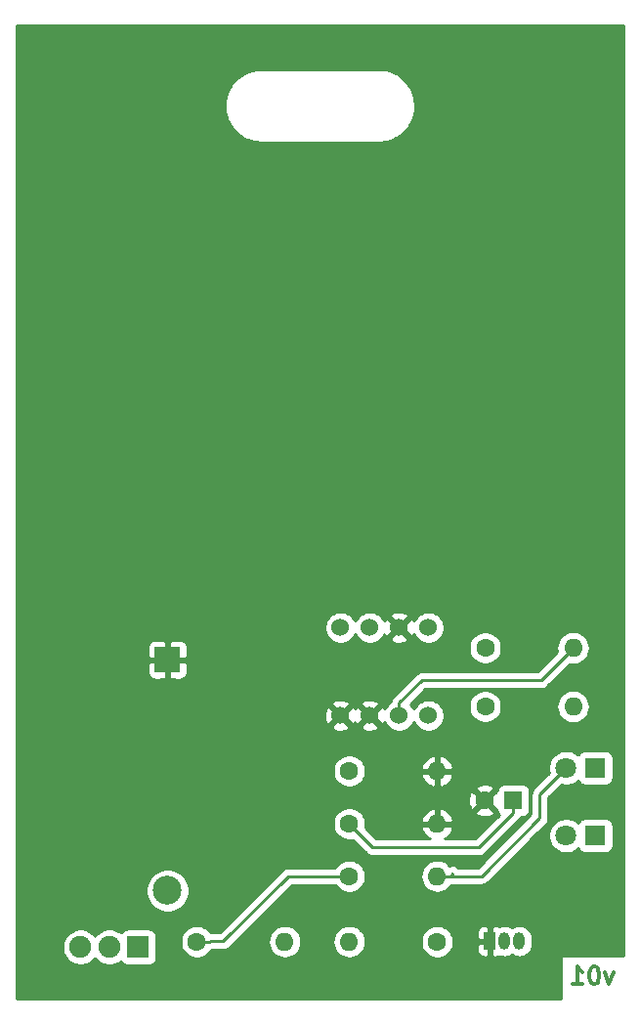
<source format=gbl>
G04 #@! TF.GenerationSoftware,KiCad,Pcbnew,5.1.0-060a0da~80~ubuntu16.04.1*
G04 #@! TF.CreationDate,2019-04-04T16:50:19+05:30*
G04 #@! TF.ProjectId,555_Badge,3535355f-4261-4646-9765-2e6b69636164,v01*
G04 #@! TF.SameCoordinates,Original*
G04 #@! TF.FileFunction,Copper,L2,Bot*
G04 #@! TF.FilePolarity,Positive*
%FSLAX46Y46*%
G04 Gerber Fmt 4.6, Leading zero omitted, Abs format (unit mm)*
G04 Created by KiCad (PCBNEW 5.1.0-060a0da~80~ubuntu16.04.1) date 2019-04-04 16:50:19*
%MOMM*%
%LPD*%
G04 APERTURE LIST*
%ADD10C,0.300000*%
%ADD11R,2.170000X2.170000*%
%ADD12C,2.500000*%
%ADD13R,1.600000X1.600000*%
%ADD14C,1.600000*%
%ADD15R,1.800000X1.800000*%
%ADD16C,1.800000*%
%ADD17O,1.000000X1.500000*%
%ADD18R,1.000000X1.500000*%
%ADD19O,1.600000X1.600000*%
%ADD20R,1.900000X1.900000*%
%ADD21C,1.900000*%
%ADD22C,1.524000*%
%ADD23C,0.254000*%
G04 APERTURE END LIST*
D10*
X179331714Y-124138571D02*
X178974571Y-125138571D01*
X178617428Y-124138571D01*
X177760285Y-123638571D02*
X177617428Y-123638571D01*
X177474571Y-123710000D01*
X177403142Y-123781428D01*
X177331714Y-123924285D01*
X177260285Y-124210000D01*
X177260285Y-124567142D01*
X177331714Y-124852857D01*
X177403142Y-124995714D01*
X177474571Y-125067142D01*
X177617428Y-125138571D01*
X177760285Y-125138571D01*
X177903142Y-125067142D01*
X177974571Y-124995714D01*
X178046000Y-124852857D01*
X178117428Y-124567142D01*
X178117428Y-124210000D01*
X178046000Y-123924285D01*
X177974571Y-123781428D01*
X177903142Y-123710000D01*
X177760285Y-123638571D01*
X175831714Y-125138571D02*
X176688857Y-125138571D01*
X176260285Y-125138571D02*
X176260285Y-123638571D01*
X176403142Y-123852857D01*
X176546000Y-123995714D01*
X176688857Y-124067142D01*
D11*
X140716000Y-97028000D03*
D12*
X140716000Y-117028000D03*
D13*
X170688000Y-109220000D03*
D14*
X168188000Y-109220000D03*
D15*
X177800000Y-106387001D03*
D16*
X175260000Y-106387001D03*
X175260000Y-112268000D03*
D15*
X177800000Y-112268000D03*
D17*
X169926000Y-121412000D03*
X171196000Y-121412000D03*
D18*
X168656000Y-121412000D03*
D14*
X143257001Y-121447001D03*
D19*
X150877001Y-121447001D03*
X164084000Y-106680000D03*
D14*
X156464000Y-106680000D03*
X168237001Y-96012000D03*
D19*
X175857001Y-96012000D03*
X164084000Y-111252000D03*
D14*
X156464000Y-111252000D03*
X164084000Y-121447001D03*
D19*
X156464000Y-121447001D03*
X164084000Y-115777001D03*
D14*
X156464000Y-115777001D03*
X168237001Y-101092000D03*
D19*
X175857001Y-101092000D03*
D20*
X138176000Y-121920000D03*
D21*
X135676000Y-121920000D03*
X133176000Y-121920000D03*
D22*
X155702000Y-101854000D03*
X158242000Y-101854000D03*
X160782000Y-101854000D03*
X163322000Y-101854000D03*
X163322000Y-94234000D03*
X160782000Y-94234000D03*
X158242000Y-94234000D03*
X155702000Y-94234000D03*
D23*
X167678000Y-113284000D02*
X170688000Y-110274000D01*
X170688000Y-110274000D02*
X170688000Y-109220000D01*
X158496000Y-113284000D02*
X167678000Y-113284000D01*
X156464000Y-111252000D02*
X158496000Y-113284000D01*
X165215370Y-115777001D02*
X165422371Y-115570000D01*
X164084000Y-115777001D02*
X165215370Y-115777001D01*
X164084000Y-115777001D02*
X167940999Y-115777001D01*
X167940999Y-115777001D02*
X172974000Y-110744000D01*
X172974000Y-108673001D02*
X175260000Y-106387001D01*
X172974000Y-110744000D02*
X172974000Y-108673001D01*
X144388371Y-121447001D02*
X144423372Y-121412000D01*
X143257001Y-121447001D02*
X144388371Y-121447001D01*
X144423372Y-121412000D02*
X145542000Y-121412000D01*
X151176999Y-115777001D02*
X156464000Y-115777001D01*
X145542000Y-121412000D02*
X151176999Y-115777001D01*
X162752370Y-98806000D02*
X173063001Y-98806000D01*
X173063001Y-98806000D02*
X175857001Y-96012000D01*
X160782000Y-100776370D02*
X162752370Y-98806000D01*
X160782000Y-101854000D02*
X160782000Y-100776370D01*
G36*
X180200300Y-122670000D02*
G01*
X174761000Y-122670000D01*
X174761000Y-126352300D01*
X127647700Y-126352300D01*
X127647700Y-121763891D01*
X131591000Y-121763891D01*
X131591000Y-122076109D01*
X131651911Y-122382327D01*
X131771391Y-122670779D01*
X131944850Y-122930379D01*
X132165621Y-123151150D01*
X132425221Y-123324609D01*
X132713673Y-123444089D01*
X133019891Y-123505000D01*
X133332109Y-123505000D01*
X133638327Y-123444089D01*
X133926779Y-123324609D01*
X134186379Y-123151150D01*
X134407150Y-122930379D01*
X134426000Y-122902168D01*
X134444850Y-122930379D01*
X134665621Y-123151150D01*
X134925221Y-123324609D01*
X135213673Y-123444089D01*
X135519891Y-123505000D01*
X135832109Y-123505000D01*
X136138327Y-123444089D01*
X136426779Y-123324609D01*
X136664186Y-123165979D01*
X136695463Y-123224494D01*
X136774815Y-123321185D01*
X136871506Y-123400537D01*
X136981820Y-123459502D01*
X137101518Y-123495812D01*
X137226000Y-123508072D01*
X139126000Y-123508072D01*
X139250482Y-123495812D01*
X139370180Y-123459502D01*
X139480494Y-123400537D01*
X139577185Y-123321185D01*
X139656537Y-123224494D01*
X139715502Y-123114180D01*
X139751812Y-122994482D01*
X139764072Y-122870000D01*
X139764072Y-121305666D01*
X141822001Y-121305666D01*
X141822001Y-121588336D01*
X141877148Y-121865575D01*
X141985321Y-122126728D01*
X142142364Y-122361760D01*
X142342242Y-122561638D01*
X142577274Y-122718681D01*
X142838427Y-122826854D01*
X143115666Y-122882001D01*
X143398336Y-122882001D01*
X143675575Y-122826854D01*
X143936728Y-122718681D01*
X144171760Y-122561638D01*
X144371638Y-122361760D01*
X144477083Y-122203950D01*
X144537749Y-122197975D01*
X144616784Y-122174000D01*
X145504577Y-122174000D01*
X145542000Y-122177686D01*
X145579423Y-122174000D01*
X145579426Y-122174000D01*
X145691378Y-122162974D01*
X145835015Y-122119402D01*
X145967392Y-122048645D01*
X146083422Y-121953422D01*
X146107284Y-121924346D01*
X146584629Y-121447001D01*
X149435058Y-121447001D01*
X149462765Y-121728310D01*
X149544819Y-121998809D01*
X149678069Y-122248102D01*
X149857393Y-122466609D01*
X150075900Y-122645933D01*
X150325193Y-122779183D01*
X150595692Y-122861237D01*
X150806509Y-122882001D01*
X150947493Y-122882001D01*
X151158310Y-122861237D01*
X151428809Y-122779183D01*
X151678102Y-122645933D01*
X151896609Y-122466609D01*
X152075933Y-122248102D01*
X152209183Y-121998809D01*
X152291237Y-121728310D01*
X152318944Y-121447001D01*
X155022057Y-121447001D01*
X155049764Y-121728310D01*
X155131818Y-121998809D01*
X155265068Y-122248102D01*
X155444392Y-122466609D01*
X155662899Y-122645933D01*
X155912192Y-122779183D01*
X156182691Y-122861237D01*
X156393508Y-122882001D01*
X156534492Y-122882001D01*
X156745309Y-122861237D01*
X157015808Y-122779183D01*
X157265101Y-122645933D01*
X157483608Y-122466609D01*
X157662932Y-122248102D01*
X157796182Y-121998809D01*
X157878236Y-121728310D01*
X157905943Y-121447001D01*
X157892023Y-121305666D01*
X162649000Y-121305666D01*
X162649000Y-121588336D01*
X162704147Y-121865575D01*
X162812320Y-122126728D01*
X162969363Y-122361760D01*
X163169241Y-122561638D01*
X163404273Y-122718681D01*
X163665426Y-122826854D01*
X163942665Y-122882001D01*
X164225335Y-122882001D01*
X164502574Y-122826854D01*
X164763727Y-122718681D01*
X164998759Y-122561638D01*
X165198637Y-122361760D01*
X165332112Y-122162000D01*
X167517928Y-122162000D01*
X167530188Y-122286482D01*
X167566498Y-122406180D01*
X167625463Y-122516494D01*
X167704815Y-122613185D01*
X167801506Y-122692537D01*
X167911820Y-122751502D01*
X168031518Y-122787812D01*
X168156000Y-122800072D01*
X168370250Y-122797000D01*
X168529000Y-122638250D01*
X168529000Y-121539000D01*
X167679750Y-121539000D01*
X167521000Y-121697750D01*
X167517928Y-122162000D01*
X165332112Y-122162000D01*
X165355680Y-122126728D01*
X165463853Y-121865575D01*
X165519000Y-121588336D01*
X165519000Y-121305666D01*
X165463853Y-121028427D01*
X165355680Y-120767274D01*
X165285339Y-120662000D01*
X167517928Y-120662000D01*
X167521000Y-121126250D01*
X167679750Y-121285000D01*
X168529000Y-121285000D01*
X168529000Y-120185750D01*
X168783000Y-120185750D01*
X168783000Y-121285000D01*
X168791000Y-121285000D01*
X168791000Y-121539000D01*
X168783000Y-121539000D01*
X168783000Y-122638250D01*
X168941750Y-122797000D01*
X169156000Y-122800072D01*
X169280482Y-122787812D01*
X169400180Y-122751502D01*
X169478379Y-122709703D01*
X169489553Y-122715676D01*
X169703501Y-122780577D01*
X169926000Y-122802491D01*
X170148498Y-122780577D01*
X170362446Y-122715676D01*
X170559623Y-122610284D01*
X170561000Y-122609154D01*
X170562377Y-122610284D01*
X170759553Y-122715676D01*
X170973501Y-122780577D01*
X171196000Y-122802491D01*
X171418498Y-122780577D01*
X171632446Y-122715676D01*
X171829623Y-122610284D01*
X172002449Y-122468449D01*
X172144284Y-122295623D01*
X172249676Y-122098447D01*
X172314577Y-121884499D01*
X172331000Y-121717752D01*
X172331000Y-121106249D01*
X172314577Y-120939502D01*
X172249676Y-120725554D01*
X172144284Y-120528377D01*
X172002449Y-120355551D01*
X171829623Y-120213716D01*
X171632447Y-120108324D01*
X171418499Y-120043423D01*
X171196000Y-120021509D01*
X170973502Y-120043423D01*
X170759554Y-120108324D01*
X170562378Y-120213716D01*
X170561000Y-120214846D01*
X170559623Y-120213716D01*
X170362447Y-120108324D01*
X170148499Y-120043423D01*
X169926000Y-120021509D01*
X169703502Y-120043423D01*
X169489554Y-120108324D01*
X169478379Y-120114297D01*
X169400180Y-120072498D01*
X169280482Y-120036188D01*
X169156000Y-120023928D01*
X168941750Y-120027000D01*
X168783000Y-120185750D01*
X168529000Y-120185750D01*
X168370250Y-120027000D01*
X168156000Y-120023928D01*
X168031518Y-120036188D01*
X167911820Y-120072498D01*
X167801506Y-120131463D01*
X167704815Y-120210815D01*
X167625463Y-120307506D01*
X167566498Y-120417820D01*
X167530188Y-120537518D01*
X167517928Y-120662000D01*
X165285339Y-120662000D01*
X165198637Y-120532242D01*
X164998759Y-120332364D01*
X164763727Y-120175321D01*
X164502574Y-120067148D01*
X164225335Y-120012001D01*
X163942665Y-120012001D01*
X163665426Y-120067148D01*
X163404273Y-120175321D01*
X163169241Y-120332364D01*
X162969363Y-120532242D01*
X162812320Y-120767274D01*
X162704147Y-121028427D01*
X162649000Y-121305666D01*
X157892023Y-121305666D01*
X157878236Y-121165692D01*
X157796182Y-120895193D01*
X157662932Y-120645900D01*
X157483608Y-120427393D01*
X157265101Y-120248069D01*
X157015808Y-120114819D01*
X156745309Y-120032765D01*
X156534492Y-120012001D01*
X156393508Y-120012001D01*
X156182691Y-120032765D01*
X155912192Y-120114819D01*
X155662899Y-120248069D01*
X155444392Y-120427393D01*
X155265068Y-120645900D01*
X155131818Y-120895193D01*
X155049764Y-121165692D01*
X155022057Y-121447001D01*
X152318944Y-121447001D01*
X152291237Y-121165692D01*
X152209183Y-120895193D01*
X152075933Y-120645900D01*
X151896609Y-120427393D01*
X151678102Y-120248069D01*
X151428809Y-120114819D01*
X151158310Y-120032765D01*
X150947493Y-120012001D01*
X150806509Y-120012001D01*
X150595692Y-120032765D01*
X150325193Y-120114819D01*
X150075900Y-120248069D01*
X149857393Y-120427393D01*
X149678069Y-120645900D01*
X149544819Y-120895193D01*
X149462765Y-121165692D01*
X149435058Y-121447001D01*
X146584629Y-121447001D01*
X151492630Y-116539001D01*
X155247293Y-116539001D01*
X155349363Y-116691760D01*
X155549241Y-116891638D01*
X155784273Y-117048681D01*
X156045426Y-117156854D01*
X156322665Y-117212001D01*
X156605335Y-117212001D01*
X156882574Y-117156854D01*
X157143727Y-117048681D01*
X157378759Y-116891638D01*
X157578637Y-116691760D01*
X157735680Y-116456728D01*
X157843853Y-116195575D01*
X157899000Y-115918336D01*
X157899000Y-115777001D01*
X162642057Y-115777001D01*
X162669764Y-116058310D01*
X162751818Y-116328809D01*
X162885068Y-116578102D01*
X163064392Y-116796609D01*
X163282899Y-116975933D01*
X163532192Y-117109183D01*
X163802691Y-117191237D01*
X164013508Y-117212001D01*
X164154492Y-117212001D01*
X164365309Y-117191237D01*
X164635808Y-117109183D01*
X164885101Y-116975933D01*
X165103608Y-116796609D01*
X165282932Y-116578102D01*
X165303832Y-116539001D01*
X167903576Y-116539001D01*
X167940999Y-116542687D01*
X167978422Y-116539001D01*
X167978425Y-116539001D01*
X168090377Y-116527975D01*
X168234014Y-116484403D01*
X168366391Y-116413646D01*
X168482421Y-116318423D01*
X168506283Y-116289347D01*
X172678814Y-112116816D01*
X173725000Y-112116816D01*
X173725000Y-112419184D01*
X173783989Y-112715743D01*
X173899701Y-112995095D01*
X174067688Y-113246505D01*
X174281495Y-113460312D01*
X174532905Y-113628299D01*
X174812257Y-113744011D01*
X175108816Y-113803000D01*
X175411184Y-113803000D01*
X175707743Y-113744011D01*
X175987095Y-113628299D01*
X176238505Y-113460312D01*
X176304944Y-113393873D01*
X176310498Y-113412180D01*
X176369463Y-113522494D01*
X176448815Y-113619185D01*
X176545506Y-113698537D01*
X176655820Y-113757502D01*
X176775518Y-113793812D01*
X176900000Y-113806072D01*
X178700000Y-113806072D01*
X178824482Y-113793812D01*
X178944180Y-113757502D01*
X179054494Y-113698537D01*
X179151185Y-113619185D01*
X179230537Y-113522494D01*
X179289502Y-113412180D01*
X179325812Y-113292482D01*
X179338072Y-113168000D01*
X179338072Y-111368000D01*
X179325812Y-111243518D01*
X179289502Y-111123820D01*
X179230537Y-111013506D01*
X179151185Y-110916815D01*
X179054494Y-110837463D01*
X178944180Y-110778498D01*
X178824482Y-110742188D01*
X178700000Y-110729928D01*
X176900000Y-110729928D01*
X176775518Y-110742188D01*
X176655820Y-110778498D01*
X176545506Y-110837463D01*
X176448815Y-110916815D01*
X176369463Y-111013506D01*
X176310498Y-111123820D01*
X176304944Y-111142127D01*
X176238505Y-111075688D01*
X175987095Y-110907701D01*
X175707743Y-110791989D01*
X175411184Y-110733000D01*
X175108816Y-110733000D01*
X174812257Y-110791989D01*
X174532905Y-110907701D01*
X174281495Y-111075688D01*
X174067688Y-111289495D01*
X173899701Y-111540905D01*
X173783989Y-111820257D01*
X173725000Y-112116816D01*
X172678814Y-112116816D01*
X173486353Y-111309278D01*
X173515422Y-111285422D01*
X173610645Y-111169392D01*
X173681402Y-111037015D01*
X173724974Y-110893378D01*
X173736000Y-110781426D01*
X173736000Y-110781424D01*
X173739686Y-110744001D01*
X173736000Y-110706578D01*
X173736000Y-108988631D01*
X174853430Y-107871202D01*
X175108816Y-107922001D01*
X175411184Y-107922001D01*
X175707743Y-107863012D01*
X175987095Y-107747300D01*
X176238505Y-107579313D01*
X176304944Y-107512874D01*
X176310498Y-107531181D01*
X176369463Y-107641495D01*
X176448815Y-107738186D01*
X176545506Y-107817538D01*
X176655820Y-107876503D01*
X176775518Y-107912813D01*
X176900000Y-107925073D01*
X178700000Y-107925073D01*
X178824482Y-107912813D01*
X178944180Y-107876503D01*
X179054494Y-107817538D01*
X179151185Y-107738186D01*
X179230537Y-107641495D01*
X179289502Y-107531181D01*
X179325812Y-107411483D01*
X179338072Y-107287001D01*
X179338072Y-105487001D01*
X179325812Y-105362519D01*
X179289502Y-105242821D01*
X179230537Y-105132507D01*
X179151185Y-105035816D01*
X179054494Y-104956464D01*
X178944180Y-104897499D01*
X178824482Y-104861189D01*
X178700000Y-104848929D01*
X176900000Y-104848929D01*
X176775518Y-104861189D01*
X176655820Y-104897499D01*
X176545506Y-104956464D01*
X176448815Y-105035816D01*
X176369463Y-105132507D01*
X176310498Y-105242821D01*
X176304944Y-105261128D01*
X176238505Y-105194689D01*
X175987095Y-105026702D01*
X175707743Y-104910990D01*
X175411184Y-104852001D01*
X175108816Y-104852001D01*
X174812257Y-104910990D01*
X174532905Y-105026702D01*
X174281495Y-105194689D01*
X174067688Y-105408496D01*
X173899701Y-105659906D01*
X173783989Y-105939258D01*
X173725000Y-106235817D01*
X173725000Y-106538185D01*
X173775799Y-106793571D01*
X172461649Y-108107722D01*
X172432579Y-108131579D01*
X172408722Y-108160649D01*
X172408721Y-108160650D01*
X172337355Y-108247609D01*
X172266599Y-108379986D01*
X172223027Y-108523623D01*
X172208314Y-108673001D01*
X172212001Y-108710434D01*
X172212000Y-110428369D01*
X167625369Y-115015001D01*
X165947249Y-115015001D01*
X165847763Y-114933355D01*
X165715387Y-114862599D01*
X165571749Y-114819027D01*
X165422371Y-114804314D01*
X165272992Y-114819027D01*
X165177870Y-114847882D01*
X165103608Y-114757393D01*
X164885101Y-114578069D01*
X164635808Y-114444819D01*
X164365309Y-114362765D01*
X164154492Y-114342001D01*
X164013508Y-114342001D01*
X163802691Y-114362765D01*
X163532192Y-114444819D01*
X163282899Y-114578069D01*
X163064392Y-114757393D01*
X162885068Y-114975900D01*
X162751818Y-115225193D01*
X162669764Y-115495692D01*
X162642057Y-115777001D01*
X157899000Y-115777001D01*
X157899000Y-115635666D01*
X157843853Y-115358427D01*
X157735680Y-115097274D01*
X157578637Y-114862242D01*
X157378759Y-114662364D01*
X157143727Y-114505321D01*
X156882574Y-114397148D01*
X156605335Y-114342001D01*
X156322665Y-114342001D01*
X156045426Y-114397148D01*
X155784273Y-114505321D01*
X155549241Y-114662364D01*
X155349363Y-114862242D01*
X155247293Y-115015001D01*
X151214421Y-115015001D01*
X151176998Y-115011315D01*
X151139575Y-115015001D01*
X151139573Y-115015001D01*
X151027621Y-115026027D01*
X150883984Y-115069599D01*
X150751607Y-115140356D01*
X150635577Y-115235579D01*
X150611720Y-115264649D01*
X145226370Y-120650000D01*
X144460795Y-120650000D01*
X144449583Y-120648896D01*
X144371638Y-120532242D01*
X144171760Y-120332364D01*
X143936728Y-120175321D01*
X143675575Y-120067148D01*
X143398336Y-120012001D01*
X143115666Y-120012001D01*
X142838427Y-120067148D01*
X142577274Y-120175321D01*
X142342242Y-120332364D01*
X142142364Y-120532242D01*
X141985321Y-120767274D01*
X141877148Y-121028427D01*
X141822001Y-121305666D01*
X139764072Y-121305666D01*
X139764072Y-120970000D01*
X139751812Y-120845518D01*
X139715502Y-120725820D01*
X139656537Y-120615506D01*
X139577185Y-120518815D01*
X139480494Y-120439463D01*
X139370180Y-120380498D01*
X139250482Y-120344188D01*
X139126000Y-120331928D01*
X137226000Y-120331928D01*
X137101518Y-120344188D01*
X136981820Y-120380498D01*
X136871506Y-120439463D01*
X136774815Y-120518815D01*
X136695463Y-120615506D01*
X136664186Y-120674021D01*
X136426779Y-120515391D01*
X136138327Y-120395911D01*
X135832109Y-120335000D01*
X135519891Y-120335000D01*
X135213673Y-120395911D01*
X134925221Y-120515391D01*
X134665621Y-120688850D01*
X134444850Y-120909621D01*
X134426000Y-120937832D01*
X134407150Y-120909621D01*
X134186379Y-120688850D01*
X133926779Y-120515391D01*
X133638327Y-120395911D01*
X133332109Y-120335000D01*
X133019891Y-120335000D01*
X132713673Y-120395911D01*
X132425221Y-120515391D01*
X132165621Y-120688850D01*
X131944850Y-120909621D01*
X131771391Y-121169221D01*
X131651911Y-121457673D01*
X131591000Y-121763891D01*
X127647700Y-121763891D01*
X127647700Y-116842344D01*
X138831000Y-116842344D01*
X138831000Y-117213656D01*
X138903439Y-117577834D01*
X139045534Y-117920882D01*
X139251825Y-118229618D01*
X139514382Y-118492175D01*
X139823118Y-118698466D01*
X140166166Y-118840561D01*
X140530344Y-118913000D01*
X140901656Y-118913000D01*
X141265834Y-118840561D01*
X141608882Y-118698466D01*
X141917618Y-118492175D01*
X142180175Y-118229618D01*
X142386466Y-117920882D01*
X142528561Y-117577834D01*
X142601000Y-117213656D01*
X142601000Y-116842344D01*
X142528561Y-116478166D01*
X142386466Y-116135118D01*
X142180175Y-115826382D01*
X141917618Y-115563825D01*
X141608882Y-115357534D01*
X141265834Y-115215439D01*
X140901656Y-115143000D01*
X140530344Y-115143000D01*
X140166166Y-115215439D01*
X139823118Y-115357534D01*
X139514382Y-115563825D01*
X139251825Y-115826382D01*
X139045534Y-116135118D01*
X138903439Y-116478166D01*
X138831000Y-116842344D01*
X127647700Y-116842344D01*
X127647700Y-111110665D01*
X155029000Y-111110665D01*
X155029000Y-111393335D01*
X155084147Y-111670574D01*
X155192320Y-111931727D01*
X155349363Y-112166759D01*
X155549241Y-112366637D01*
X155784273Y-112523680D01*
X156045426Y-112631853D01*
X156322665Y-112687000D01*
X156605335Y-112687000D01*
X156785527Y-112651157D01*
X157930721Y-113796352D01*
X157954578Y-113825422D01*
X157983648Y-113849279D01*
X158070607Y-113920645D01*
X158141364Y-113958465D01*
X158202985Y-113991402D01*
X158346622Y-114034974D01*
X158458574Y-114046000D01*
X158458577Y-114046000D01*
X158496000Y-114049686D01*
X158533423Y-114046000D01*
X167640577Y-114046000D01*
X167678000Y-114049686D01*
X167715423Y-114046000D01*
X167715426Y-114046000D01*
X167827378Y-114034974D01*
X167971015Y-113991402D01*
X168103392Y-113920645D01*
X168219422Y-113825422D01*
X168243284Y-113796346D01*
X171200353Y-110839278D01*
X171229422Y-110815422D01*
X171267591Y-110768913D01*
X171324645Y-110699393D01*
X171346731Y-110658072D01*
X171488000Y-110658072D01*
X171612482Y-110645812D01*
X171732180Y-110609502D01*
X171842494Y-110550537D01*
X171939185Y-110471185D01*
X172018537Y-110374494D01*
X172077502Y-110264180D01*
X172113812Y-110144482D01*
X172126072Y-110020000D01*
X172126072Y-108420000D01*
X172113812Y-108295518D01*
X172077502Y-108175820D01*
X172018537Y-108065506D01*
X171939185Y-107968815D01*
X171842494Y-107889463D01*
X171732180Y-107830498D01*
X171612482Y-107794188D01*
X171488000Y-107781928D01*
X169888000Y-107781928D01*
X169763518Y-107794188D01*
X169643820Y-107830498D01*
X169533506Y-107889463D01*
X169436815Y-107968815D01*
X169357463Y-108065506D01*
X169298498Y-108175820D01*
X169262188Y-108295518D01*
X169249928Y-108420000D01*
X169249928Y-108427215D01*
X169180702Y-108406903D01*
X168367605Y-109220000D01*
X169180702Y-110033097D01*
X169249928Y-110012785D01*
X169249928Y-110020000D01*
X169262188Y-110144482D01*
X169298498Y-110264180D01*
X169357463Y-110374494D01*
X169426163Y-110458206D01*
X167362370Y-112522000D01*
X164743018Y-112522000D01*
X164939131Y-112404385D01*
X165147519Y-112215414D01*
X165315037Y-111989420D01*
X165435246Y-111735087D01*
X165475904Y-111601039D01*
X165353915Y-111379000D01*
X164211000Y-111379000D01*
X164211000Y-111399000D01*
X163957000Y-111399000D01*
X163957000Y-111379000D01*
X162814085Y-111379000D01*
X162692096Y-111601039D01*
X162732754Y-111735087D01*
X162852963Y-111989420D01*
X163020481Y-112215414D01*
X163228869Y-112404385D01*
X163424982Y-112522000D01*
X158811631Y-112522000D01*
X157863157Y-111573527D01*
X157899000Y-111393335D01*
X157899000Y-111110665D01*
X157857685Y-110902961D01*
X162692096Y-110902961D01*
X162814085Y-111125000D01*
X163957000Y-111125000D01*
X163957000Y-109981376D01*
X164211000Y-109981376D01*
X164211000Y-111125000D01*
X165353915Y-111125000D01*
X165475904Y-110902961D01*
X165435246Y-110768913D01*
X165315037Y-110514580D01*
X165147519Y-110288586D01*
X165063838Y-110212702D01*
X167374903Y-110212702D01*
X167446486Y-110456671D01*
X167701996Y-110577571D01*
X167976184Y-110646300D01*
X168258512Y-110660217D01*
X168538130Y-110618787D01*
X168804292Y-110523603D01*
X168929514Y-110456671D01*
X169001097Y-110212702D01*
X168188000Y-109399605D01*
X167374903Y-110212702D01*
X165063838Y-110212702D01*
X164939131Y-110099615D01*
X164697881Y-109954930D01*
X164433040Y-109860091D01*
X164211000Y-109981376D01*
X163957000Y-109981376D01*
X163734960Y-109860091D01*
X163470119Y-109954930D01*
X163228869Y-110099615D01*
X163020481Y-110288586D01*
X162852963Y-110514580D01*
X162732754Y-110768913D01*
X162692096Y-110902961D01*
X157857685Y-110902961D01*
X157843853Y-110833426D01*
X157735680Y-110572273D01*
X157578637Y-110337241D01*
X157378759Y-110137363D01*
X157143727Y-109980320D01*
X156882574Y-109872147D01*
X156605335Y-109817000D01*
X156322665Y-109817000D01*
X156045426Y-109872147D01*
X155784273Y-109980320D01*
X155549241Y-110137363D01*
X155349363Y-110337241D01*
X155192320Y-110572273D01*
X155084147Y-110833426D01*
X155029000Y-111110665D01*
X127647700Y-111110665D01*
X127647700Y-109290512D01*
X166747783Y-109290512D01*
X166789213Y-109570130D01*
X166884397Y-109836292D01*
X166951329Y-109961514D01*
X167195298Y-110033097D01*
X168008395Y-109220000D01*
X167195298Y-108406903D01*
X166951329Y-108478486D01*
X166830429Y-108733996D01*
X166761700Y-109008184D01*
X166747783Y-109290512D01*
X127647700Y-109290512D01*
X127647700Y-108227298D01*
X167374903Y-108227298D01*
X168188000Y-109040395D01*
X169001097Y-108227298D01*
X168929514Y-107983329D01*
X168674004Y-107862429D01*
X168399816Y-107793700D01*
X168117488Y-107779783D01*
X167837870Y-107821213D01*
X167571708Y-107916397D01*
X167446486Y-107983329D01*
X167374903Y-108227298D01*
X127647700Y-108227298D01*
X127647700Y-106538665D01*
X155029000Y-106538665D01*
X155029000Y-106821335D01*
X155084147Y-107098574D01*
X155192320Y-107359727D01*
X155349363Y-107594759D01*
X155549241Y-107794637D01*
X155784273Y-107951680D01*
X156045426Y-108059853D01*
X156322665Y-108115000D01*
X156605335Y-108115000D01*
X156882574Y-108059853D01*
X157143727Y-107951680D01*
X157378759Y-107794637D01*
X157578637Y-107594759D01*
X157735680Y-107359727D01*
X157843853Y-107098574D01*
X157857684Y-107029039D01*
X162692096Y-107029039D01*
X162732754Y-107163087D01*
X162852963Y-107417420D01*
X163020481Y-107643414D01*
X163228869Y-107832385D01*
X163470119Y-107977070D01*
X163734960Y-108071909D01*
X163957000Y-107950624D01*
X163957000Y-106807000D01*
X164211000Y-106807000D01*
X164211000Y-107950624D01*
X164433040Y-108071909D01*
X164697881Y-107977070D01*
X164939131Y-107832385D01*
X165147519Y-107643414D01*
X165315037Y-107417420D01*
X165435246Y-107163087D01*
X165475904Y-107029039D01*
X165353915Y-106807000D01*
X164211000Y-106807000D01*
X163957000Y-106807000D01*
X162814085Y-106807000D01*
X162692096Y-107029039D01*
X157857684Y-107029039D01*
X157899000Y-106821335D01*
X157899000Y-106538665D01*
X157857685Y-106330961D01*
X162692096Y-106330961D01*
X162814085Y-106553000D01*
X163957000Y-106553000D01*
X163957000Y-105409376D01*
X164211000Y-105409376D01*
X164211000Y-106553000D01*
X165353915Y-106553000D01*
X165475904Y-106330961D01*
X165435246Y-106196913D01*
X165315037Y-105942580D01*
X165147519Y-105716586D01*
X164939131Y-105527615D01*
X164697881Y-105382930D01*
X164433040Y-105288091D01*
X164211000Y-105409376D01*
X163957000Y-105409376D01*
X163734960Y-105288091D01*
X163470119Y-105382930D01*
X163228869Y-105527615D01*
X163020481Y-105716586D01*
X162852963Y-105942580D01*
X162732754Y-106196913D01*
X162692096Y-106330961D01*
X157857685Y-106330961D01*
X157843853Y-106261426D01*
X157735680Y-106000273D01*
X157578637Y-105765241D01*
X157378759Y-105565363D01*
X157143727Y-105408320D01*
X156882574Y-105300147D01*
X156605335Y-105245000D01*
X156322665Y-105245000D01*
X156045426Y-105300147D01*
X155784273Y-105408320D01*
X155549241Y-105565363D01*
X155349363Y-105765241D01*
X155192320Y-106000273D01*
X155084147Y-106261426D01*
X155029000Y-106538665D01*
X127647700Y-106538665D01*
X127647700Y-102819565D01*
X154916040Y-102819565D01*
X154983020Y-103059656D01*
X155232048Y-103176756D01*
X155499135Y-103243023D01*
X155774017Y-103255910D01*
X156046133Y-103214922D01*
X156305023Y-103121636D01*
X156420980Y-103059656D01*
X156487960Y-102819565D01*
X157456040Y-102819565D01*
X157523020Y-103059656D01*
X157772048Y-103176756D01*
X158039135Y-103243023D01*
X158314017Y-103255910D01*
X158586133Y-103214922D01*
X158845023Y-103121636D01*
X158960980Y-103059656D01*
X159027960Y-102819565D01*
X158242000Y-102033605D01*
X157456040Y-102819565D01*
X156487960Y-102819565D01*
X155702000Y-102033605D01*
X154916040Y-102819565D01*
X127647700Y-102819565D01*
X127647700Y-101926017D01*
X154300090Y-101926017D01*
X154341078Y-102198133D01*
X154434364Y-102457023D01*
X154496344Y-102572980D01*
X154736435Y-102639960D01*
X155522395Y-101854000D01*
X155881605Y-101854000D01*
X156667565Y-102639960D01*
X156907656Y-102572980D01*
X156969079Y-102442356D01*
X156974364Y-102457023D01*
X157036344Y-102572980D01*
X157276435Y-102639960D01*
X158062395Y-101854000D01*
X158421605Y-101854000D01*
X159207565Y-102639960D01*
X159447656Y-102572980D01*
X159511485Y-102437240D01*
X159543995Y-102515727D01*
X159696880Y-102744535D01*
X159891465Y-102939120D01*
X160120273Y-103092005D01*
X160374510Y-103197314D01*
X160644408Y-103251000D01*
X160919592Y-103251000D01*
X161189490Y-103197314D01*
X161443727Y-103092005D01*
X161672535Y-102939120D01*
X161867120Y-102744535D01*
X162020005Y-102515727D01*
X162052000Y-102438485D01*
X162083995Y-102515727D01*
X162236880Y-102744535D01*
X162431465Y-102939120D01*
X162660273Y-103092005D01*
X162914510Y-103197314D01*
X163184408Y-103251000D01*
X163459592Y-103251000D01*
X163729490Y-103197314D01*
X163983727Y-103092005D01*
X164212535Y-102939120D01*
X164407120Y-102744535D01*
X164560005Y-102515727D01*
X164665314Y-102261490D01*
X164719000Y-101991592D01*
X164719000Y-101716408D01*
X164665314Y-101446510D01*
X164560005Y-101192273D01*
X164407120Y-100963465D01*
X164394320Y-100950665D01*
X166802001Y-100950665D01*
X166802001Y-101233335D01*
X166857148Y-101510574D01*
X166965321Y-101771727D01*
X167122364Y-102006759D01*
X167322242Y-102206637D01*
X167557274Y-102363680D01*
X167818427Y-102471853D01*
X168095666Y-102527000D01*
X168378336Y-102527000D01*
X168655575Y-102471853D01*
X168916728Y-102363680D01*
X169151760Y-102206637D01*
X169351638Y-102006759D01*
X169508681Y-101771727D01*
X169616854Y-101510574D01*
X169672001Y-101233335D01*
X169672001Y-101092000D01*
X174415058Y-101092000D01*
X174442765Y-101373309D01*
X174524819Y-101643808D01*
X174658069Y-101893101D01*
X174837393Y-102111608D01*
X175055900Y-102290932D01*
X175305193Y-102424182D01*
X175575692Y-102506236D01*
X175786509Y-102527000D01*
X175927493Y-102527000D01*
X176138310Y-102506236D01*
X176408809Y-102424182D01*
X176658102Y-102290932D01*
X176876609Y-102111608D01*
X177055933Y-101893101D01*
X177189183Y-101643808D01*
X177271237Y-101373309D01*
X177298944Y-101092000D01*
X177271237Y-100810691D01*
X177189183Y-100540192D01*
X177055933Y-100290899D01*
X176876609Y-100072392D01*
X176658102Y-99893068D01*
X176408809Y-99759818D01*
X176138310Y-99677764D01*
X175927493Y-99657000D01*
X175786509Y-99657000D01*
X175575692Y-99677764D01*
X175305193Y-99759818D01*
X175055900Y-99893068D01*
X174837393Y-100072392D01*
X174658069Y-100290899D01*
X174524819Y-100540192D01*
X174442765Y-100810691D01*
X174415058Y-101092000D01*
X169672001Y-101092000D01*
X169672001Y-100950665D01*
X169616854Y-100673426D01*
X169508681Y-100412273D01*
X169351638Y-100177241D01*
X169151760Y-99977363D01*
X168916728Y-99820320D01*
X168655575Y-99712147D01*
X168378336Y-99657000D01*
X168095666Y-99657000D01*
X167818427Y-99712147D01*
X167557274Y-99820320D01*
X167322242Y-99977363D01*
X167122364Y-100177241D01*
X166965321Y-100412273D01*
X166857148Y-100673426D01*
X166802001Y-100950665D01*
X164394320Y-100950665D01*
X164212535Y-100768880D01*
X163983727Y-100615995D01*
X163729490Y-100510686D01*
X163459592Y-100457000D01*
X163184408Y-100457000D01*
X162914510Y-100510686D01*
X162660273Y-100615995D01*
X162431465Y-100768880D01*
X162236880Y-100963465D01*
X162083995Y-101192273D01*
X162052000Y-101269515D01*
X162020005Y-101192273D01*
X161867120Y-100963465D01*
X161769828Y-100866173D01*
X163068001Y-99568000D01*
X173025578Y-99568000D01*
X173063001Y-99571686D01*
X173100424Y-99568000D01*
X173100427Y-99568000D01*
X173212379Y-99556974D01*
X173356016Y-99513402D01*
X173488393Y-99442645D01*
X173604423Y-99347422D01*
X173628285Y-99318346D01*
X175533265Y-97413366D01*
X175575692Y-97426236D01*
X175786509Y-97447000D01*
X175927493Y-97447000D01*
X176138310Y-97426236D01*
X176408809Y-97344182D01*
X176658102Y-97210932D01*
X176876609Y-97031608D01*
X177055933Y-96813101D01*
X177189183Y-96563808D01*
X177271237Y-96293309D01*
X177298944Y-96012000D01*
X177271237Y-95730691D01*
X177189183Y-95460192D01*
X177055933Y-95210899D01*
X176876609Y-94992392D01*
X176658102Y-94813068D01*
X176408809Y-94679818D01*
X176138310Y-94597764D01*
X175927493Y-94577000D01*
X175786509Y-94577000D01*
X175575692Y-94597764D01*
X175305193Y-94679818D01*
X175055900Y-94813068D01*
X174837393Y-94992392D01*
X174658069Y-95210899D01*
X174524819Y-95460192D01*
X174442765Y-95730691D01*
X174415058Y-96012000D01*
X174442765Y-96293309D01*
X174455635Y-96335736D01*
X172747371Y-98044000D01*
X162789793Y-98044000D01*
X162752370Y-98040314D01*
X162714947Y-98044000D01*
X162714944Y-98044000D01*
X162602992Y-98055026D01*
X162459355Y-98098598D01*
X162432411Y-98113000D01*
X162326977Y-98169355D01*
X162244274Y-98237228D01*
X162210948Y-98264578D01*
X162187091Y-98293648D01*
X160269649Y-100211091D01*
X160240579Y-100234948D01*
X160216722Y-100264018D01*
X160216721Y-100264019D01*
X160145355Y-100350978D01*
X160074599Y-100483355D01*
X160031027Y-100626992D01*
X160025899Y-100679054D01*
X159891465Y-100768880D01*
X159696880Y-100963465D01*
X159543995Y-101192273D01*
X159514308Y-101263943D01*
X159509636Y-101250977D01*
X159447656Y-101135020D01*
X159207565Y-101068040D01*
X158421605Y-101854000D01*
X158062395Y-101854000D01*
X157276435Y-101068040D01*
X157036344Y-101135020D01*
X156974921Y-101265644D01*
X156969636Y-101250977D01*
X156907656Y-101135020D01*
X156667565Y-101068040D01*
X155881605Y-101854000D01*
X155522395Y-101854000D01*
X154736435Y-101068040D01*
X154496344Y-101135020D01*
X154379244Y-101384048D01*
X154312977Y-101651135D01*
X154300090Y-101926017D01*
X127647700Y-101926017D01*
X127647700Y-100888435D01*
X154916040Y-100888435D01*
X155702000Y-101674395D01*
X156487960Y-100888435D01*
X157456040Y-100888435D01*
X158242000Y-101674395D01*
X159027960Y-100888435D01*
X158960980Y-100648344D01*
X158711952Y-100531244D01*
X158444865Y-100464977D01*
X158169983Y-100452090D01*
X157897867Y-100493078D01*
X157638977Y-100586364D01*
X157523020Y-100648344D01*
X157456040Y-100888435D01*
X156487960Y-100888435D01*
X156420980Y-100648344D01*
X156171952Y-100531244D01*
X155904865Y-100464977D01*
X155629983Y-100452090D01*
X155357867Y-100493078D01*
X155098977Y-100586364D01*
X154983020Y-100648344D01*
X154916040Y-100888435D01*
X127647700Y-100888435D01*
X127647700Y-98113000D01*
X138992928Y-98113000D01*
X139005188Y-98237482D01*
X139041498Y-98357180D01*
X139100463Y-98467494D01*
X139179815Y-98564185D01*
X139276506Y-98643537D01*
X139386820Y-98702502D01*
X139506518Y-98738812D01*
X139631000Y-98751072D01*
X140430250Y-98748000D01*
X140589000Y-98589250D01*
X140589000Y-97155000D01*
X140843000Y-97155000D01*
X140843000Y-98589250D01*
X141001750Y-98748000D01*
X141801000Y-98751072D01*
X141925482Y-98738812D01*
X142045180Y-98702502D01*
X142155494Y-98643537D01*
X142252185Y-98564185D01*
X142331537Y-98467494D01*
X142390502Y-98357180D01*
X142426812Y-98237482D01*
X142439072Y-98113000D01*
X142436000Y-97313750D01*
X142277250Y-97155000D01*
X140843000Y-97155000D01*
X140589000Y-97155000D01*
X139154750Y-97155000D01*
X138996000Y-97313750D01*
X138992928Y-98113000D01*
X127647700Y-98113000D01*
X127647700Y-95943000D01*
X138992928Y-95943000D01*
X138996000Y-96742250D01*
X139154750Y-96901000D01*
X140589000Y-96901000D01*
X140589000Y-95466750D01*
X140843000Y-95466750D01*
X140843000Y-96901000D01*
X142277250Y-96901000D01*
X142436000Y-96742250D01*
X142439072Y-95943000D01*
X142431948Y-95870665D01*
X166802001Y-95870665D01*
X166802001Y-96153335D01*
X166857148Y-96430574D01*
X166965321Y-96691727D01*
X167122364Y-96926759D01*
X167322242Y-97126637D01*
X167557274Y-97283680D01*
X167818427Y-97391853D01*
X168095666Y-97447000D01*
X168378336Y-97447000D01*
X168655575Y-97391853D01*
X168916728Y-97283680D01*
X169151760Y-97126637D01*
X169351638Y-96926759D01*
X169508681Y-96691727D01*
X169616854Y-96430574D01*
X169672001Y-96153335D01*
X169672001Y-95870665D01*
X169616854Y-95593426D01*
X169508681Y-95332273D01*
X169351638Y-95097241D01*
X169151760Y-94897363D01*
X168916728Y-94740320D01*
X168655575Y-94632147D01*
X168378336Y-94577000D01*
X168095666Y-94577000D01*
X167818427Y-94632147D01*
X167557274Y-94740320D01*
X167322242Y-94897363D01*
X167122364Y-95097241D01*
X166965321Y-95332273D01*
X166857148Y-95593426D01*
X166802001Y-95870665D01*
X142431948Y-95870665D01*
X142426812Y-95818518D01*
X142390502Y-95698820D01*
X142331537Y-95588506D01*
X142252185Y-95491815D01*
X142155494Y-95412463D01*
X142045180Y-95353498D01*
X141925482Y-95317188D01*
X141801000Y-95304928D01*
X141001750Y-95308000D01*
X140843000Y-95466750D01*
X140589000Y-95466750D01*
X140430250Y-95308000D01*
X139631000Y-95304928D01*
X139506518Y-95317188D01*
X139386820Y-95353498D01*
X139276506Y-95412463D01*
X139179815Y-95491815D01*
X139100463Y-95588506D01*
X139041498Y-95698820D01*
X139005188Y-95818518D01*
X138992928Y-95943000D01*
X127647700Y-95943000D01*
X127647700Y-94096408D01*
X154305000Y-94096408D01*
X154305000Y-94371592D01*
X154358686Y-94641490D01*
X154463995Y-94895727D01*
X154616880Y-95124535D01*
X154811465Y-95319120D01*
X155040273Y-95472005D01*
X155294510Y-95577314D01*
X155564408Y-95631000D01*
X155839592Y-95631000D01*
X156109490Y-95577314D01*
X156363727Y-95472005D01*
X156592535Y-95319120D01*
X156787120Y-95124535D01*
X156940005Y-94895727D01*
X156972000Y-94818485D01*
X157003995Y-94895727D01*
X157156880Y-95124535D01*
X157351465Y-95319120D01*
X157580273Y-95472005D01*
X157834510Y-95577314D01*
X158104408Y-95631000D01*
X158379592Y-95631000D01*
X158649490Y-95577314D01*
X158903727Y-95472005D01*
X159132535Y-95319120D01*
X159252090Y-95199565D01*
X159996040Y-95199565D01*
X160063020Y-95439656D01*
X160312048Y-95556756D01*
X160579135Y-95623023D01*
X160854017Y-95635910D01*
X161126133Y-95594922D01*
X161385023Y-95501636D01*
X161500980Y-95439656D01*
X161567960Y-95199565D01*
X160782000Y-94413605D01*
X159996040Y-95199565D01*
X159252090Y-95199565D01*
X159327120Y-95124535D01*
X159480005Y-94895727D01*
X159509692Y-94824057D01*
X159514364Y-94837023D01*
X159576344Y-94952980D01*
X159816435Y-95019960D01*
X160602395Y-94234000D01*
X160961605Y-94234000D01*
X161747565Y-95019960D01*
X161987656Y-94952980D01*
X162051485Y-94817240D01*
X162083995Y-94895727D01*
X162236880Y-95124535D01*
X162431465Y-95319120D01*
X162660273Y-95472005D01*
X162914510Y-95577314D01*
X163184408Y-95631000D01*
X163459592Y-95631000D01*
X163729490Y-95577314D01*
X163983727Y-95472005D01*
X164212535Y-95319120D01*
X164407120Y-95124535D01*
X164560005Y-94895727D01*
X164665314Y-94641490D01*
X164719000Y-94371592D01*
X164719000Y-94096408D01*
X164665314Y-93826510D01*
X164560005Y-93572273D01*
X164407120Y-93343465D01*
X164212535Y-93148880D01*
X163983727Y-92995995D01*
X163729490Y-92890686D01*
X163459592Y-92837000D01*
X163184408Y-92837000D01*
X162914510Y-92890686D01*
X162660273Y-92995995D01*
X162431465Y-93148880D01*
X162236880Y-93343465D01*
X162083995Y-93572273D01*
X162054308Y-93643943D01*
X162049636Y-93630977D01*
X161987656Y-93515020D01*
X161747565Y-93448040D01*
X160961605Y-94234000D01*
X160602395Y-94234000D01*
X159816435Y-93448040D01*
X159576344Y-93515020D01*
X159512515Y-93650760D01*
X159480005Y-93572273D01*
X159327120Y-93343465D01*
X159252090Y-93268435D01*
X159996040Y-93268435D01*
X160782000Y-94054395D01*
X161567960Y-93268435D01*
X161500980Y-93028344D01*
X161251952Y-92911244D01*
X160984865Y-92844977D01*
X160709983Y-92832090D01*
X160437867Y-92873078D01*
X160178977Y-92966364D01*
X160063020Y-93028344D01*
X159996040Y-93268435D01*
X159252090Y-93268435D01*
X159132535Y-93148880D01*
X158903727Y-92995995D01*
X158649490Y-92890686D01*
X158379592Y-92837000D01*
X158104408Y-92837000D01*
X157834510Y-92890686D01*
X157580273Y-92995995D01*
X157351465Y-93148880D01*
X157156880Y-93343465D01*
X157003995Y-93572273D01*
X156972000Y-93649515D01*
X156940005Y-93572273D01*
X156787120Y-93343465D01*
X156592535Y-93148880D01*
X156363727Y-92995995D01*
X156109490Y-92890686D01*
X155839592Y-92837000D01*
X155564408Y-92837000D01*
X155294510Y-92890686D01*
X155040273Y-92995995D01*
X154811465Y-93148880D01*
X154616880Y-93343465D01*
X154463995Y-93572273D01*
X154358686Y-93826510D01*
X154305000Y-94096408D01*
X127647700Y-94096408D01*
X127647700Y-48981030D01*
X145659028Y-48981030D01*
X145659438Y-49039733D01*
X145659028Y-49098435D01*
X145659910Y-49107435D01*
X145711727Y-49600441D01*
X145723533Y-49657957D01*
X145734531Y-49715611D01*
X145737145Y-49724268D01*
X145883734Y-50197821D01*
X145906498Y-50251973D01*
X145928474Y-50306367D01*
X145932718Y-50314348D01*
X145932720Y-50314353D01*
X145932723Y-50314357D01*
X146168497Y-50750412D01*
X146201316Y-50799069D01*
X146233467Y-50848201D01*
X146239183Y-50855209D01*
X146555167Y-51237169D01*
X146596859Y-51278572D01*
X146637896Y-51320477D01*
X146644858Y-51326237D01*
X146644863Y-51326242D01*
X146644868Y-51326246D01*
X147029020Y-51639552D01*
X147077930Y-51672048D01*
X147126353Y-51705204D01*
X147134305Y-51709504D01*
X147134313Y-51709508D01*
X147572004Y-51942232D01*
X147626289Y-51964607D01*
X147680237Y-51987729D01*
X147688875Y-51990403D01*
X148163440Y-52133682D01*
X148221025Y-52145084D01*
X148278447Y-52157290D01*
X148287440Y-52158235D01*
X148780796Y-52206609D01*
X148780809Y-52206609D01*
X148812191Y-52209700D01*
X159035809Y-52209700D01*
X159038069Y-52209477D01*
X159043993Y-52209436D01*
X159073251Y-52206361D01*
X159102668Y-52206361D01*
X159111662Y-52205416D01*
X159604293Y-52150159D01*
X159661745Y-52137947D01*
X159719302Y-52126551D01*
X159727941Y-52123877D01*
X160200457Y-51973986D01*
X160254446Y-51950846D01*
X160308689Y-51928489D01*
X160316644Y-51924188D01*
X160751049Y-51685371D01*
X160799517Y-51652185D01*
X160848381Y-51619720D01*
X160855346Y-51613958D01*
X160855351Y-51613955D01*
X160855355Y-51613951D01*
X161235094Y-51295313D01*
X161276183Y-51253354D01*
X161317823Y-51212004D01*
X161323539Y-51204996D01*
X161634158Y-50818662D01*
X161666328Y-50769502D01*
X161699129Y-50720873D01*
X161703371Y-50712896D01*
X161703376Y-50712888D01*
X161703379Y-50712880D01*
X161933041Y-50273579D01*
X161955045Y-50219117D01*
X161977781Y-50165031D01*
X161980395Y-50156374D01*
X162120357Y-49680822D01*
X162131359Y-49623153D01*
X162143162Y-49565651D01*
X162144043Y-49556664D01*
X162144045Y-49556652D01*
X162144045Y-49556641D01*
X162188972Y-49062970D01*
X162188562Y-49004268D01*
X162188972Y-48945565D01*
X162188090Y-48936565D01*
X162136273Y-48443559D01*
X162124467Y-48386043D01*
X162113469Y-48328389D01*
X162110855Y-48319732D01*
X161964266Y-47846180D01*
X161941513Y-47792052D01*
X161919526Y-47737633D01*
X161915280Y-47729648D01*
X161679503Y-47293588D01*
X161646684Y-47244931D01*
X161614533Y-47195799D01*
X161608817Y-47188791D01*
X161292833Y-46806831D01*
X161251160Y-46765448D01*
X161210105Y-46723523D01*
X161203143Y-46717764D01*
X161203137Y-46717758D01*
X161203130Y-46717754D01*
X160818980Y-46404448D01*
X160770037Y-46371930D01*
X160721646Y-46338796D01*
X160713704Y-46334502D01*
X160713692Y-46334494D01*
X160713679Y-46334489D01*
X160275996Y-46101768D01*
X160221724Y-46079399D01*
X160167764Y-46056271D01*
X160159125Y-46053597D01*
X159684561Y-45910318D01*
X159626961Y-45898913D01*
X159569553Y-45886710D01*
X159560560Y-45885765D01*
X159067205Y-45837391D01*
X159067191Y-45837391D01*
X159035809Y-45834300D01*
X148812191Y-45834300D01*
X148809931Y-45834523D01*
X148804007Y-45834564D01*
X148774749Y-45837639D01*
X148745332Y-45837639D01*
X148736338Y-45838584D01*
X148243706Y-45893841D01*
X148186248Y-45906054D01*
X148128697Y-45917449D01*
X148120069Y-45920121D01*
X148120059Y-45920123D01*
X148120050Y-45920127D01*
X147647543Y-46070014D01*
X147593570Y-46093147D01*
X147539311Y-46115511D01*
X147531356Y-46119812D01*
X147096952Y-46358628D01*
X147048491Y-46391810D01*
X146999619Y-46424280D01*
X146992656Y-46430041D01*
X146992650Y-46430045D01*
X146992645Y-46430050D01*
X146612906Y-46748687D01*
X146571801Y-46790662D01*
X146530177Y-46831996D01*
X146524461Y-46839004D01*
X146213841Y-47225338D01*
X146181670Y-47274500D01*
X146148870Y-47323128D01*
X146144625Y-47331112D01*
X145914959Y-47770422D01*
X145892960Y-47824870D01*
X145870219Y-47878969D01*
X145867605Y-47887626D01*
X145727642Y-48363178D01*
X145716634Y-48420884D01*
X145704838Y-48478349D01*
X145703957Y-48487336D01*
X145703955Y-48487348D01*
X145703955Y-48487359D01*
X145659028Y-48981030D01*
X127647700Y-48981030D01*
X127647700Y-42049700D01*
X180200301Y-42049700D01*
X180200300Y-122670000D01*
X180200300Y-122670000D01*
G37*
X180200300Y-122670000D02*
X174761000Y-122670000D01*
X174761000Y-126352300D01*
X127647700Y-126352300D01*
X127647700Y-121763891D01*
X131591000Y-121763891D01*
X131591000Y-122076109D01*
X131651911Y-122382327D01*
X131771391Y-122670779D01*
X131944850Y-122930379D01*
X132165621Y-123151150D01*
X132425221Y-123324609D01*
X132713673Y-123444089D01*
X133019891Y-123505000D01*
X133332109Y-123505000D01*
X133638327Y-123444089D01*
X133926779Y-123324609D01*
X134186379Y-123151150D01*
X134407150Y-122930379D01*
X134426000Y-122902168D01*
X134444850Y-122930379D01*
X134665621Y-123151150D01*
X134925221Y-123324609D01*
X135213673Y-123444089D01*
X135519891Y-123505000D01*
X135832109Y-123505000D01*
X136138327Y-123444089D01*
X136426779Y-123324609D01*
X136664186Y-123165979D01*
X136695463Y-123224494D01*
X136774815Y-123321185D01*
X136871506Y-123400537D01*
X136981820Y-123459502D01*
X137101518Y-123495812D01*
X137226000Y-123508072D01*
X139126000Y-123508072D01*
X139250482Y-123495812D01*
X139370180Y-123459502D01*
X139480494Y-123400537D01*
X139577185Y-123321185D01*
X139656537Y-123224494D01*
X139715502Y-123114180D01*
X139751812Y-122994482D01*
X139764072Y-122870000D01*
X139764072Y-121305666D01*
X141822001Y-121305666D01*
X141822001Y-121588336D01*
X141877148Y-121865575D01*
X141985321Y-122126728D01*
X142142364Y-122361760D01*
X142342242Y-122561638D01*
X142577274Y-122718681D01*
X142838427Y-122826854D01*
X143115666Y-122882001D01*
X143398336Y-122882001D01*
X143675575Y-122826854D01*
X143936728Y-122718681D01*
X144171760Y-122561638D01*
X144371638Y-122361760D01*
X144477083Y-122203950D01*
X144537749Y-122197975D01*
X144616784Y-122174000D01*
X145504577Y-122174000D01*
X145542000Y-122177686D01*
X145579423Y-122174000D01*
X145579426Y-122174000D01*
X145691378Y-122162974D01*
X145835015Y-122119402D01*
X145967392Y-122048645D01*
X146083422Y-121953422D01*
X146107284Y-121924346D01*
X146584629Y-121447001D01*
X149435058Y-121447001D01*
X149462765Y-121728310D01*
X149544819Y-121998809D01*
X149678069Y-122248102D01*
X149857393Y-122466609D01*
X150075900Y-122645933D01*
X150325193Y-122779183D01*
X150595692Y-122861237D01*
X150806509Y-122882001D01*
X150947493Y-122882001D01*
X151158310Y-122861237D01*
X151428809Y-122779183D01*
X151678102Y-122645933D01*
X151896609Y-122466609D01*
X152075933Y-122248102D01*
X152209183Y-121998809D01*
X152291237Y-121728310D01*
X152318944Y-121447001D01*
X155022057Y-121447001D01*
X155049764Y-121728310D01*
X155131818Y-121998809D01*
X155265068Y-122248102D01*
X155444392Y-122466609D01*
X155662899Y-122645933D01*
X155912192Y-122779183D01*
X156182691Y-122861237D01*
X156393508Y-122882001D01*
X156534492Y-122882001D01*
X156745309Y-122861237D01*
X157015808Y-122779183D01*
X157265101Y-122645933D01*
X157483608Y-122466609D01*
X157662932Y-122248102D01*
X157796182Y-121998809D01*
X157878236Y-121728310D01*
X157905943Y-121447001D01*
X157892023Y-121305666D01*
X162649000Y-121305666D01*
X162649000Y-121588336D01*
X162704147Y-121865575D01*
X162812320Y-122126728D01*
X162969363Y-122361760D01*
X163169241Y-122561638D01*
X163404273Y-122718681D01*
X163665426Y-122826854D01*
X163942665Y-122882001D01*
X164225335Y-122882001D01*
X164502574Y-122826854D01*
X164763727Y-122718681D01*
X164998759Y-122561638D01*
X165198637Y-122361760D01*
X165332112Y-122162000D01*
X167517928Y-122162000D01*
X167530188Y-122286482D01*
X167566498Y-122406180D01*
X167625463Y-122516494D01*
X167704815Y-122613185D01*
X167801506Y-122692537D01*
X167911820Y-122751502D01*
X168031518Y-122787812D01*
X168156000Y-122800072D01*
X168370250Y-122797000D01*
X168529000Y-122638250D01*
X168529000Y-121539000D01*
X167679750Y-121539000D01*
X167521000Y-121697750D01*
X167517928Y-122162000D01*
X165332112Y-122162000D01*
X165355680Y-122126728D01*
X165463853Y-121865575D01*
X165519000Y-121588336D01*
X165519000Y-121305666D01*
X165463853Y-121028427D01*
X165355680Y-120767274D01*
X165285339Y-120662000D01*
X167517928Y-120662000D01*
X167521000Y-121126250D01*
X167679750Y-121285000D01*
X168529000Y-121285000D01*
X168529000Y-120185750D01*
X168783000Y-120185750D01*
X168783000Y-121285000D01*
X168791000Y-121285000D01*
X168791000Y-121539000D01*
X168783000Y-121539000D01*
X168783000Y-122638250D01*
X168941750Y-122797000D01*
X169156000Y-122800072D01*
X169280482Y-122787812D01*
X169400180Y-122751502D01*
X169478379Y-122709703D01*
X169489553Y-122715676D01*
X169703501Y-122780577D01*
X169926000Y-122802491D01*
X170148498Y-122780577D01*
X170362446Y-122715676D01*
X170559623Y-122610284D01*
X170561000Y-122609154D01*
X170562377Y-122610284D01*
X170759553Y-122715676D01*
X170973501Y-122780577D01*
X171196000Y-122802491D01*
X171418498Y-122780577D01*
X171632446Y-122715676D01*
X171829623Y-122610284D01*
X172002449Y-122468449D01*
X172144284Y-122295623D01*
X172249676Y-122098447D01*
X172314577Y-121884499D01*
X172331000Y-121717752D01*
X172331000Y-121106249D01*
X172314577Y-120939502D01*
X172249676Y-120725554D01*
X172144284Y-120528377D01*
X172002449Y-120355551D01*
X171829623Y-120213716D01*
X171632447Y-120108324D01*
X171418499Y-120043423D01*
X171196000Y-120021509D01*
X170973502Y-120043423D01*
X170759554Y-120108324D01*
X170562378Y-120213716D01*
X170561000Y-120214846D01*
X170559623Y-120213716D01*
X170362447Y-120108324D01*
X170148499Y-120043423D01*
X169926000Y-120021509D01*
X169703502Y-120043423D01*
X169489554Y-120108324D01*
X169478379Y-120114297D01*
X169400180Y-120072498D01*
X169280482Y-120036188D01*
X169156000Y-120023928D01*
X168941750Y-120027000D01*
X168783000Y-120185750D01*
X168529000Y-120185750D01*
X168370250Y-120027000D01*
X168156000Y-120023928D01*
X168031518Y-120036188D01*
X167911820Y-120072498D01*
X167801506Y-120131463D01*
X167704815Y-120210815D01*
X167625463Y-120307506D01*
X167566498Y-120417820D01*
X167530188Y-120537518D01*
X167517928Y-120662000D01*
X165285339Y-120662000D01*
X165198637Y-120532242D01*
X164998759Y-120332364D01*
X164763727Y-120175321D01*
X164502574Y-120067148D01*
X164225335Y-120012001D01*
X163942665Y-120012001D01*
X163665426Y-120067148D01*
X163404273Y-120175321D01*
X163169241Y-120332364D01*
X162969363Y-120532242D01*
X162812320Y-120767274D01*
X162704147Y-121028427D01*
X162649000Y-121305666D01*
X157892023Y-121305666D01*
X157878236Y-121165692D01*
X157796182Y-120895193D01*
X157662932Y-120645900D01*
X157483608Y-120427393D01*
X157265101Y-120248069D01*
X157015808Y-120114819D01*
X156745309Y-120032765D01*
X156534492Y-120012001D01*
X156393508Y-120012001D01*
X156182691Y-120032765D01*
X155912192Y-120114819D01*
X155662899Y-120248069D01*
X155444392Y-120427393D01*
X155265068Y-120645900D01*
X155131818Y-120895193D01*
X155049764Y-121165692D01*
X155022057Y-121447001D01*
X152318944Y-121447001D01*
X152291237Y-121165692D01*
X152209183Y-120895193D01*
X152075933Y-120645900D01*
X151896609Y-120427393D01*
X151678102Y-120248069D01*
X151428809Y-120114819D01*
X151158310Y-120032765D01*
X150947493Y-120012001D01*
X150806509Y-120012001D01*
X150595692Y-120032765D01*
X150325193Y-120114819D01*
X150075900Y-120248069D01*
X149857393Y-120427393D01*
X149678069Y-120645900D01*
X149544819Y-120895193D01*
X149462765Y-121165692D01*
X149435058Y-121447001D01*
X146584629Y-121447001D01*
X151492630Y-116539001D01*
X155247293Y-116539001D01*
X155349363Y-116691760D01*
X155549241Y-116891638D01*
X155784273Y-117048681D01*
X156045426Y-117156854D01*
X156322665Y-117212001D01*
X156605335Y-117212001D01*
X156882574Y-117156854D01*
X157143727Y-117048681D01*
X157378759Y-116891638D01*
X157578637Y-116691760D01*
X157735680Y-116456728D01*
X157843853Y-116195575D01*
X157899000Y-115918336D01*
X157899000Y-115777001D01*
X162642057Y-115777001D01*
X162669764Y-116058310D01*
X162751818Y-116328809D01*
X162885068Y-116578102D01*
X163064392Y-116796609D01*
X163282899Y-116975933D01*
X163532192Y-117109183D01*
X163802691Y-117191237D01*
X164013508Y-117212001D01*
X164154492Y-117212001D01*
X164365309Y-117191237D01*
X164635808Y-117109183D01*
X164885101Y-116975933D01*
X165103608Y-116796609D01*
X165282932Y-116578102D01*
X165303832Y-116539001D01*
X167903576Y-116539001D01*
X167940999Y-116542687D01*
X167978422Y-116539001D01*
X167978425Y-116539001D01*
X168090377Y-116527975D01*
X168234014Y-116484403D01*
X168366391Y-116413646D01*
X168482421Y-116318423D01*
X168506283Y-116289347D01*
X172678814Y-112116816D01*
X173725000Y-112116816D01*
X173725000Y-112419184D01*
X173783989Y-112715743D01*
X173899701Y-112995095D01*
X174067688Y-113246505D01*
X174281495Y-113460312D01*
X174532905Y-113628299D01*
X174812257Y-113744011D01*
X175108816Y-113803000D01*
X175411184Y-113803000D01*
X175707743Y-113744011D01*
X175987095Y-113628299D01*
X176238505Y-113460312D01*
X176304944Y-113393873D01*
X176310498Y-113412180D01*
X176369463Y-113522494D01*
X176448815Y-113619185D01*
X176545506Y-113698537D01*
X176655820Y-113757502D01*
X176775518Y-113793812D01*
X176900000Y-113806072D01*
X178700000Y-113806072D01*
X178824482Y-113793812D01*
X178944180Y-113757502D01*
X179054494Y-113698537D01*
X179151185Y-113619185D01*
X179230537Y-113522494D01*
X179289502Y-113412180D01*
X179325812Y-113292482D01*
X179338072Y-113168000D01*
X179338072Y-111368000D01*
X179325812Y-111243518D01*
X179289502Y-111123820D01*
X179230537Y-111013506D01*
X179151185Y-110916815D01*
X179054494Y-110837463D01*
X178944180Y-110778498D01*
X178824482Y-110742188D01*
X178700000Y-110729928D01*
X176900000Y-110729928D01*
X176775518Y-110742188D01*
X176655820Y-110778498D01*
X176545506Y-110837463D01*
X176448815Y-110916815D01*
X176369463Y-111013506D01*
X176310498Y-111123820D01*
X176304944Y-111142127D01*
X176238505Y-111075688D01*
X175987095Y-110907701D01*
X175707743Y-110791989D01*
X175411184Y-110733000D01*
X175108816Y-110733000D01*
X174812257Y-110791989D01*
X174532905Y-110907701D01*
X174281495Y-111075688D01*
X174067688Y-111289495D01*
X173899701Y-111540905D01*
X173783989Y-111820257D01*
X173725000Y-112116816D01*
X172678814Y-112116816D01*
X173486353Y-111309278D01*
X173515422Y-111285422D01*
X173610645Y-111169392D01*
X173681402Y-111037015D01*
X173724974Y-110893378D01*
X173736000Y-110781426D01*
X173736000Y-110781424D01*
X173739686Y-110744001D01*
X173736000Y-110706578D01*
X173736000Y-108988631D01*
X174853430Y-107871202D01*
X175108816Y-107922001D01*
X175411184Y-107922001D01*
X175707743Y-107863012D01*
X175987095Y-107747300D01*
X176238505Y-107579313D01*
X176304944Y-107512874D01*
X176310498Y-107531181D01*
X176369463Y-107641495D01*
X176448815Y-107738186D01*
X176545506Y-107817538D01*
X176655820Y-107876503D01*
X176775518Y-107912813D01*
X176900000Y-107925073D01*
X178700000Y-107925073D01*
X178824482Y-107912813D01*
X178944180Y-107876503D01*
X179054494Y-107817538D01*
X179151185Y-107738186D01*
X179230537Y-107641495D01*
X179289502Y-107531181D01*
X179325812Y-107411483D01*
X179338072Y-107287001D01*
X179338072Y-105487001D01*
X179325812Y-105362519D01*
X179289502Y-105242821D01*
X179230537Y-105132507D01*
X179151185Y-105035816D01*
X179054494Y-104956464D01*
X178944180Y-104897499D01*
X178824482Y-104861189D01*
X178700000Y-104848929D01*
X176900000Y-104848929D01*
X176775518Y-104861189D01*
X176655820Y-104897499D01*
X176545506Y-104956464D01*
X176448815Y-105035816D01*
X176369463Y-105132507D01*
X176310498Y-105242821D01*
X176304944Y-105261128D01*
X176238505Y-105194689D01*
X175987095Y-105026702D01*
X175707743Y-104910990D01*
X175411184Y-104852001D01*
X175108816Y-104852001D01*
X174812257Y-104910990D01*
X174532905Y-105026702D01*
X174281495Y-105194689D01*
X174067688Y-105408496D01*
X173899701Y-105659906D01*
X173783989Y-105939258D01*
X173725000Y-106235817D01*
X173725000Y-106538185D01*
X173775799Y-106793571D01*
X172461649Y-108107722D01*
X172432579Y-108131579D01*
X172408722Y-108160649D01*
X172408721Y-108160650D01*
X172337355Y-108247609D01*
X172266599Y-108379986D01*
X172223027Y-108523623D01*
X172208314Y-108673001D01*
X172212001Y-108710434D01*
X172212000Y-110428369D01*
X167625369Y-115015001D01*
X165947249Y-115015001D01*
X165847763Y-114933355D01*
X165715387Y-114862599D01*
X165571749Y-114819027D01*
X165422371Y-114804314D01*
X165272992Y-114819027D01*
X165177870Y-114847882D01*
X165103608Y-114757393D01*
X164885101Y-114578069D01*
X164635808Y-114444819D01*
X164365309Y-114362765D01*
X164154492Y-114342001D01*
X164013508Y-114342001D01*
X163802691Y-114362765D01*
X163532192Y-114444819D01*
X163282899Y-114578069D01*
X163064392Y-114757393D01*
X162885068Y-114975900D01*
X162751818Y-115225193D01*
X162669764Y-115495692D01*
X162642057Y-115777001D01*
X157899000Y-115777001D01*
X157899000Y-115635666D01*
X157843853Y-115358427D01*
X157735680Y-115097274D01*
X157578637Y-114862242D01*
X157378759Y-114662364D01*
X157143727Y-114505321D01*
X156882574Y-114397148D01*
X156605335Y-114342001D01*
X156322665Y-114342001D01*
X156045426Y-114397148D01*
X155784273Y-114505321D01*
X155549241Y-114662364D01*
X155349363Y-114862242D01*
X155247293Y-115015001D01*
X151214421Y-115015001D01*
X151176998Y-115011315D01*
X151139575Y-115015001D01*
X151139573Y-115015001D01*
X151027621Y-115026027D01*
X150883984Y-115069599D01*
X150751607Y-115140356D01*
X150635577Y-115235579D01*
X150611720Y-115264649D01*
X145226370Y-120650000D01*
X144460795Y-120650000D01*
X144449583Y-120648896D01*
X144371638Y-120532242D01*
X144171760Y-120332364D01*
X143936728Y-120175321D01*
X143675575Y-120067148D01*
X143398336Y-120012001D01*
X143115666Y-120012001D01*
X142838427Y-120067148D01*
X142577274Y-120175321D01*
X142342242Y-120332364D01*
X142142364Y-120532242D01*
X141985321Y-120767274D01*
X141877148Y-121028427D01*
X141822001Y-121305666D01*
X139764072Y-121305666D01*
X139764072Y-120970000D01*
X139751812Y-120845518D01*
X139715502Y-120725820D01*
X139656537Y-120615506D01*
X139577185Y-120518815D01*
X139480494Y-120439463D01*
X139370180Y-120380498D01*
X139250482Y-120344188D01*
X139126000Y-120331928D01*
X137226000Y-120331928D01*
X137101518Y-120344188D01*
X136981820Y-120380498D01*
X136871506Y-120439463D01*
X136774815Y-120518815D01*
X136695463Y-120615506D01*
X136664186Y-120674021D01*
X136426779Y-120515391D01*
X136138327Y-120395911D01*
X135832109Y-120335000D01*
X135519891Y-120335000D01*
X135213673Y-120395911D01*
X134925221Y-120515391D01*
X134665621Y-120688850D01*
X134444850Y-120909621D01*
X134426000Y-120937832D01*
X134407150Y-120909621D01*
X134186379Y-120688850D01*
X133926779Y-120515391D01*
X133638327Y-120395911D01*
X133332109Y-120335000D01*
X133019891Y-120335000D01*
X132713673Y-120395911D01*
X132425221Y-120515391D01*
X132165621Y-120688850D01*
X131944850Y-120909621D01*
X131771391Y-121169221D01*
X131651911Y-121457673D01*
X131591000Y-121763891D01*
X127647700Y-121763891D01*
X127647700Y-116842344D01*
X138831000Y-116842344D01*
X138831000Y-117213656D01*
X138903439Y-117577834D01*
X139045534Y-117920882D01*
X139251825Y-118229618D01*
X139514382Y-118492175D01*
X139823118Y-118698466D01*
X140166166Y-118840561D01*
X140530344Y-118913000D01*
X140901656Y-118913000D01*
X141265834Y-118840561D01*
X141608882Y-118698466D01*
X141917618Y-118492175D01*
X142180175Y-118229618D01*
X142386466Y-117920882D01*
X142528561Y-117577834D01*
X142601000Y-117213656D01*
X142601000Y-116842344D01*
X142528561Y-116478166D01*
X142386466Y-116135118D01*
X142180175Y-115826382D01*
X141917618Y-115563825D01*
X141608882Y-115357534D01*
X141265834Y-115215439D01*
X140901656Y-115143000D01*
X140530344Y-115143000D01*
X140166166Y-115215439D01*
X139823118Y-115357534D01*
X139514382Y-115563825D01*
X139251825Y-115826382D01*
X139045534Y-116135118D01*
X138903439Y-116478166D01*
X138831000Y-116842344D01*
X127647700Y-116842344D01*
X127647700Y-111110665D01*
X155029000Y-111110665D01*
X155029000Y-111393335D01*
X155084147Y-111670574D01*
X155192320Y-111931727D01*
X155349363Y-112166759D01*
X155549241Y-112366637D01*
X155784273Y-112523680D01*
X156045426Y-112631853D01*
X156322665Y-112687000D01*
X156605335Y-112687000D01*
X156785527Y-112651157D01*
X157930721Y-113796352D01*
X157954578Y-113825422D01*
X157983648Y-113849279D01*
X158070607Y-113920645D01*
X158141364Y-113958465D01*
X158202985Y-113991402D01*
X158346622Y-114034974D01*
X158458574Y-114046000D01*
X158458577Y-114046000D01*
X158496000Y-114049686D01*
X158533423Y-114046000D01*
X167640577Y-114046000D01*
X167678000Y-114049686D01*
X167715423Y-114046000D01*
X167715426Y-114046000D01*
X167827378Y-114034974D01*
X167971015Y-113991402D01*
X168103392Y-113920645D01*
X168219422Y-113825422D01*
X168243284Y-113796346D01*
X171200353Y-110839278D01*
X171229422Y-110815422D01*
X171267591Y-110768913D01*
X171324645Y-110699393D01*
X171346731Y-110658072D01*
X171488000Y-110658072D01*
X171612482Y-110645812D01*
X171732180Y-110609502D01*
X171842494Y-110550537D01*
X171939185Y-110471185D01*
X172018537Y-110374494D01*
X172077502Y-110264180D01*
X172113812Y-110144482D01*
X172126072Y-110020000D01*
X172126072Y-108420000D01*
X172113812Y-108295518D01*
X172077502Y-108175820D01*
X172018537Y-108065506D01*
X171939185Y-107968815D01*
X171842494Y-107889463D01*
X171732180Y-107830498D01*
X171612482Y-107794188D01*
X171488000Y-107781928D01*
X169888000Y-107781928D01*
X169763518Y-107794188D01*
X169643820Y-107830498D01*
X169533506Y-107889463D01*
X169436815Y-107968815D01*
X169357463Y-108065506D01*
X169298498Y-108175820D01*
X169262188Y-108295518D01*
X169249928Y-108420000D01*
X169249928Y-108427215D01*
X169180702Y-108406903D01*
X168367605Y-109220000D01*
X169180702Y-110033097D01*
X169249928Y-110012785D01*
X169249928Y-110020000D01*
X169262188Y-110144482D01*
X169298498Y-110264180D01*
X169357463Y-110374494D01*
X169426163Y-110458206D01*
X167362370Y-112522000D01*
X164743018Y-112522000D01*
X164939131Y-112404385D01*
X165147519Y-112215414D01*
X165315037Y-111989420D01*
X165435246Y-111735087D01*
X165475904Y-111601039D01*
X165353915Y-111379000D01*
X164211000Y-111379000D01*
X164211000Y-111399000D01*
X163957000Y-111399000D01*
X163957000Y-111379000D01*
X162814085Y-111379000D01*
X162692096Y-111601039D01*
X162732754Y-111735087D01*
X162852963Y-111989420D01*
X163020481Y-112215414D01*
X163228869Y-112404385D01*
X163424982Y-112522000D01*
X158811631Y-112522000D01*
X157863157Y-111573527D01*
X157899000Y-111393335D01*
X157899000Y-111110665D01*
X157857685Y-110902961D01*
X162692096Y-110902961D01*
X162814085Y-111125000D01*
X163957000Y-111125000D01*
X163957000Y-109981376D01*
X164211000Y-109981376D01*
X164211000Y-111125000D01*
X165353915Y-111125000D01*
X165475904Y-110902961D01*
X165435246Y-110768913D01*
X165315037Y-110514580D01*
X165147519Y-110288586D01*
X165063838Y-110212702D01*
X167374903Y-110212702D01*
X167446486Y-110456671D01*
X167701996Y-110577571D01*
X167976184Y-110646300D01*
X168258512Y-110660217D01*
X168538130Y-110618787D01*
X168804292Y-110523603D01*
X168929514Y-110456671D01*
X169001097Y-110212702D01*
X168188000Y-109399605D01*
X167374903Y-110212702D01*
X165063838Y-110212702D01*
X164939131Y-110099615D01*
X164697881Y-109954930D01*
X164433040Y-109860091D01*
X164211000Y-109981376D01*
X163957000Y-109981376D01*
X163734960Y-109860091D01*
X163470119Y-109954930D01*
X163228869Y-110099615D01*
X163020481Y-110288586D01*
X162852963Y-110514580D01*
X162732754Y-110768913D01*
X162692096Y-110902961D01*
X157857685Y-110902961D01*
X157843853Y-110833426D01*
X157735680Y-110572273D01*
X157578637Y-110337241D01*
X157378759Y-110137363D01*
X157143727Y-109980320D01*
X156882574Y-109872147D01*
X156605335Y-109817000D01*
X156322665Y-109817000D01*
X156045426Y-109872147D01*
X155784273Y-109980320D01*
X155549241Y-110137363D01*
X155349363Y-110337241D01*
X155192320Y-110572273D01*
X155084147Y-110833426D01*
X155029000Y-111110665D01*
X127647700Y-111110665D01*
X127647700Y-109290512D01*
X166747783Y-109290512D01*
X166789213Y-109570130D01*
X166884397Y-109836292D01*
X166951329Y-109961514D01*
X167195298Y-110033097D01*
X168008395Y-109220000D01*
X167195298Y-108406903D01*
X166951329Y-108478486D01*
X166830429Y-108733996D01*
X166761700Y-109008184D01*
X166747783Y-109290512D01*
X127647700Y-109290512D01*
X127647700Y-108227298D01*
X167374903Y-108227298D01*
X168188000Y-109040395D01*
X169001097Y-108227298D01*
X168929514Y-107983329D01*
X168674004Y-107862429D01*
X168399816Y-107793700D01*
X168117488Y-107779783D01*
X167837870Y-107821213D01*
X167571708Y-107916397D01*
X167446486Y-107983329D01*
X167374903Y-108227298D01*
X127647700Y-108227298D01*
X127647700Y-106538665D01*
X155029000Y-106538665D01*
X155029000Y-106821335D01*
X155084147Y-107098574D01*
X155192320Y-107359727D01*
X155349363Y-107594759D01*
X155549241Y-107794637D01*
X155784273Y-107951680D01*
X156045426Y-108059853D01*
X156322665Y-108115000D01*
X156605335Y-108115000D01*
X156882574Y-108059853D01*
X157143727Y-107951680D01*
X157378759Y-107794637D01*
X157578637Y-107594759D01*
X157735680Y-107359727D01*
X157843853Y-107098574D01*
X157857684Y-107029039D01*
X162692096Y-107029039D01*
X162732754Y-107163087D01*
X162852963Y-107417420D01*
X163020481Y-107643414D01*
X163228869Y-107832385D01*
X163470119Y-107977070D01*
X163734960Y-108071909D01*
X163957000Y-107950624D01*
X163957000Y-106807000D01*
X164211000Y-106807000D01*
X164211000Y-107950624D01*
X164433040Y-108071909D01*
X164697881Y-107977070D01*
X164939131Y-107832385D01*
X165147519Y-107643414D01*
X165315037Y-107417420D01*
X165435246Y-107163087D01*
X165475904Y-107029039D01*
X165353915Y-106807000D01*
X164211000Y-106807000D01*
X163957000Y-106807000D01*
X162814085Y-106807000D01*
X162692096Y-107029039D01*
X157857684Y-107029039D01*
X157899000Y-106821335D01*
X157899000Y-106538665D01*
X157857685Y-106330961D01*
X162692096Y-106330961D01*
X162814085Y-106553000D01*
X163957000Y-106553000D01*
X163957000Y-105409376D01*
X164211000Y-105409376D01*
X164211000Y-106553000D01*
X165353915Y-106553000D01*
X165475904Y-106330961D01*
X165435246Y-106196913D01*
X165315037Y-105942580D01*
X165147519Y-105716586D01*
X164939131Y-105527615D01*
X164697881Y-105382930D01*
X164433040Y-105288091D01*
X164211000Y-105409376D01*
X163957000Y-105409376D01*
X163734960Y-105288091D01*
X163470119Y-105382930D01*
X163228869Y-105527615D01*
X163020481Y-105716586D01*
X162852963Y-105942580D01*
X162732754Y-106196913D01*
X162692096Y-106330961D01*
X157857685Y-106330961D01*
X157843853Y-106261426D01*
X157735680Y-106000273D01*
X157578637Y-105765241D01*
X157378759Y-105565363D01*
X157143727Y-105408320D01*
X156882574Y-105300147D01*
X156605335Y-105245000D01*
X156322665Y-105245000D01*
X156045426Y-105300147D01*
X155784273Y-105408320D01*
X155549241Y-105565363D01*
X155349363Y-105765241D01*
X155192320Y-106000273D01*
X155084147Y-106261426D01*
X155029000Y-106538665D01*
X127647700Y-106538665D01*
X127647700Y-102819565D01*
X154916040Y-102819565D01*
X154983020Y-103059656D01*
X155232048Y-103176756D01*
X155499135Y-103243023D01*
X155774017Y-103255910D01*
X156046133Y-103214922D01*
X156305023Y-103121636D01*
X156420980Y-103059656D01*
X156487960Y-102819565D01*
X157456040Y-102819565D01*
X157523020Y-103059656D01*
X157772048Y-103176756D01*
X158039135Y-103243023D01*
X158314017Y-103255910D01*
X158586133Y-103214922D01*
X158845023Y-103121636D01*
X158960980Y-103059656D01*
X159027960Y-102819565D01*
X158242000Y-102033605D01*
X157456040Y-102819565D01*
X156487960Y-102819565D01*
X155702000Y-102033605D01*
X154916040Y-102819565D01*
X127647700Y-102819565D01*
X127647700Y-101926017D01*
X154300090Y-101926017D01*
X154341078Y-102198133D01*
X154434364Y-102457023D01*
X154496344Y-102572980D01*
X154736435Y-102639960D01*
X155522395Y-101854000D01*
X155881605Y-101854000D01*
X156667565Y-102639960D01*
X156907656Y-102572980D01*
X156969079Y-102442356D01*
X156974364Y-102457023D01*
X157036344Y-102572980D01*
X157276435Y-102639960D01*
X158062395Y-101854000D01*
X158421605Y-101854000D01*
X159207565Y-102639960D01*
X159447656Y-102572980D01*
X159511485Y-102437240D01*
X159543995Y-102515727D01*
X159696880Y-102744535D01*
X159891465Y-102939120D01*
X160120273Y-103092005D01*
X160374510Y-103197314D01*
X160644408Y-103251000D01*
X160919592Y-103251000D01*
X161189490Y-103197314D01*
X161443727Y-103092005D01*
X161672535Y-102939120D01*
X161867120Y-102744535D01*
X162020005Y-102515727D01*
X162052000Y-102438485D01*
X162083995Y-102515727D01*
X162236880Y-102744535D01*
X162431465Y-102939120D01*
X162660273Y-103092005D01*
X162914510Y-103197314D01*
X163184408Y-103251000D01*
X163459592Y-103251000D01*
X163729490Y-103197314D01*
X163983727Y-103092005D01*
X164212535Y-102939120D01*
X164407120Y-102744535D01*
X164560005Y-102515727D01*
X164665314Y-102261490D01*
X164719000Y-101991592D01*
X164719000Y-101716408D01*
X164665314Y-101446510D01*
X164560005Y-101192273D01*
X164407120Y-100963465D01*
X164394320Y-100950665D01*
X166802001Y-100950665D01*
X166802001Y-101233335D01*
X166857148Y-101510574D01*
X166965321Y-101771727D01*
X167122364Y-102006759D01*
X167322242Y-102206637D01*
X167557274Y-102363680D01*
X167818427Y-102471853D01*
X168095666Y-102527000D01*
X168378336Y-102527000D01*
X168655575Y-102471853D01*
X168916728Y-102363680D01*
X169151760Y-102206637D01*
X169351638Y-102006759D01*
X169508681Y-101771727D01*
X169616854Y-101510574D01*
X169672001Y-101233335D01*
X169672001Y-101092000D01*
X174415058Y-101092000D01*
X174442765Y-101373309D01*
X174524819Y-101643808D01*
X174658069Y-101893101D01*
X174837393Y-102111608D01*
X175055900Y-102290932D01*
X175305193Y-102424182D01*
X175575692Y-102506236D01*
X175786509Y-102527000D01*
X175927493Y-102527000D01*
X176138310Y-102506236D01*
X176408809Y-102424182D01*
X176658102Y-102290932D01*
X176876609Y-102111608D01*
X177055933Y-101893101D01*
X177189183Y-101643808D01*
X177271237Y-101373309D01*
X177298944Y-101092000D01*
X177271237Y-100810691D01*
X177189183Y-100540192D01*
X177055933Y-100290899D01*
X176876609Y-100072392D01*
X176658102Y-99893068D01*
X176408809Y-99759818D01*
X176138310Y-99677764D01*
X175927493Y-99657000D01*
X175786509Y-99657000D01*
X175575692Y-99677764D01*
X175305193Y-99759818D01*
X175055900Y-99893068D01*
X174837393Y-100072392D01*
X174658069Y-100290899D01*
X174524819Y-100540192D01*
X174442765Y-100810691D01*
X174415058Y-101092000D01*
X169672001Y-101092000D01*
X169672001Y-100950665D01*
X169616854Y-100673426D01*
X169508681Y-100412273D01*
X169351638Y-100177241D01*
X169151760Y-99977363D01*
X168916728Y-99820320D01*
X168655575Y-99712147D01*
X168378336Y-99657000D01*
X168095666Y-99657000D01*
X167818427Y-99712147D01*
X167557274Y-99820320D01*
X167322242Y-99977363D01*
X167122364Y-100177241D01*
X166965321Y-100412273D01*
X166857148Y-100673426D01*
X166802001Y-100950665D01*
X164394320Y-100950665D01*
X164212535Y-100768880D01*
X163983727Y-100615995D01*
X163729490Y-100510686D01*
X163459592Y-100457000D01*
X163184408Y-100457000D01*
X162914510Y-100510686D01*
X162660273Y-100615995D01*
X162431465Y-100768880D01*
X162236880Y-100963465D01*
X162083995Y-101192273D01*
X162052000Y-101269515D01*
X162020005Y-101192273D01*
X161867120Y-100963465D01*
X161769828Y-100866173D01*
X163068001Y-99568000D01*
X173025578Y-99568000D01*
X173063001Y-99571686D01*
X173100424Y-99568000D01*
X173100427Y-99568000D01*
X173212379Y-99556974D01*
X173356016Y-99513402D01*
X173488393Y-99442645D01*
X173604423Y-99347422D01*
X173628285Y-99318346D01*
X175533265Y-97413366D01*
X175575692Y-97426236D01*
X175786509Y-97447000D01*
X175927493Y-97447000D01*
X176138310Y-97426236D01*
X176408809Y-97344182D01*
X176658102Y-97210932D01*
X176876609Y-97031608D01*
X177055933Y-96813101D01*
X177189183Y-96563808D01*
X177271237Y-96293309D01*
X177298944Y-96012000D01*
X177271237Y-95730691D01*
X177189183Y-95460192D01*
X177055933Y-95210899D01*
X176876609Y-94992392D01*
X176658102Y-94813068D01*
X176408809Y-94679818D01*
X176138310Y-94597764D01*
X175927493Y-94577000D01*
X175786509Y-94577000D01*
X175575692Y-94597764D01*
X175305193Y-94679818D01*
X175055900Y-94813068D01*
X174837393Y-94992392D01*
X174658069Y-95210899D01*
X174524819Y-95460192D01*
X174442765Y-95730691D01*
X174415058Y-96012000D01*
X174442765Y-96293309D01*
X174455635Y-96335736D01*
X172747371Y-98044000D01*
X162789793Y-98044000D01*
X162752370Y-98040314D01*
X162714947Y-98044000D01*
X162714944Y-98044000D01*
X162602992Y-98055026D01*
X162459355Y-98098598D01*
X162432411Y-98113000D01*
X162326977Y-98169355D01*
X162244274Y-98237228D01*
X162210948Y-98264578D01*
X162187091Y-98293648D01*
X160269649Y-100211091D01*
X160240579Y-100234948D01*
X160216722Y-100264018D01*
X160216721Y-100264019D01*
X160145355Y-100350978D01*
X160074599Y-100483355D01*
X160031027Y-100626992D01*
X160025899Y-100679054D01*
X159891465Y-100768880D01*
X159696880Y-100963465D01*
X159543995Y-101192273D01*
X159514308Y-101263943D01*
X159509636Y-101250977D01*
X159447656Y-101135020D01*
X159207565Y-101068040D01*
X158421605Y-101854000D01*
X158062395Y-101854000D01*
X157276435Y-101068040D01*
X157036344Y-101135020D01*
X156974921Y-101265644D01*
X156969636Y-101250977D01*
X156907656Y-101135020D01*
X156667565Y-101068040D01*
X155881605Y-101854000D01*
X155522395Y-101854000D01*
X154736435Y-101068040D01*
X154496344Y-101135020D01*
X154379244Y-101384048D01*
X154312977Y-101651135D01*
X154300090Y-101926017D01*
X127647700Y-101926017D01*
X127647700Y-100888435D01*
X154916040Y-100888435D01*
X155702000Y-101674395D01*
X156487960Y-100888435D01*
X157456040Y-100888435D01*
X158242000Y-101674395D01*
X159027960Y-100888435D01*
X158960980Y-100648344D01*
X158711952Y-100531244D01*
X158444865Y-100464977D01*
X158169983Y-100452090D01*
X157897867Y-100493078D01*
X157638977Y-100586364D01*
X157523020Y-100648344D01*
X157456040Y-100888435D01*
X156487960Y-100888435D01*
X156420980Y-100648344D01*
X156171952Y-100531244D01*
X155904865Y-100464977D01*
X155629983Y-100452090D01*
X155357867Y-100493078D01*
X155098977Y-100586364D01*
X154983020Y-100648344D01*
X154916040Y-100888435D01*
X127647700Y-100888435D01*
X127647700Y-98113000D01*
X138992928Y-98113000D01*
X139005188Y-98237482D01*
X139041498Y-98357180D01*
X139100463Y-98467494D01*
X139179815Y-98564185D01*
X139276506Y-98643537D01*
X139386820Y-98702502D01*
X139506518Y-98738812D01*
X139631000Y-98751072D01*
X140430250Y-98748000D01*
X140589000Y-98589250D01*
X140589000Y-97155000D01*
X140843000Y-97155000D01*
X140843000Y-98589250D01*
X141001750Y-98748000D01*
X141801000Y-98751072D01*
X141925482Y-98738812D01*
X142045180Y-98702502D01*
X142155494Y-98643537D01*
X142252185Y-98564185D01*
X142331537Y-98467494D01*
X142390502Y-98357180D01*
X142426812Y-98237482D01*
X142439072Y-98113000D01*
X142436000Y-97313750D01*
X142277250Y-97155000D01*
X140843000Y-97155000D01*
X140589000Y-97155000D01*
X139154750Y-97155000D01*
X138996000Y-97313750D01*
X138992928Y-98113000D01*
X127647700Y-98113000D01*
X127647700Y-95943000D01*
X138992928Y-95943000D01*
X138996000Y-96742250D01*
X139154750Y-96901000D01*
X140589000Y-96901000D01*
X140589000Y-95466750D01*
X140843000Y-95466750D01*
X140843000Y-96901000D01*
X142277250Y-96901000D01*
X142436000Y-96742250D01*
X142439072Y-95943000D01*
X142431948Y-95870665D01*
X166802001Y-95870665D01*
X166802001Y-96153335D01*
X166857148Y-96430574D01*
X166965321Y-96691727D01*
X167122364Y-96926759D01*
X167322242Y-97126637D01*
X167557274Y-97283680D01*
X167818427Y-97391853D01*
X168095666Y-97447000D01*
X168378336Y-97447000D01*
X168655575Y-97391853D01*
X168916728Y-97283680D01*
X169151760Y-97126637D01*
X169351638Y-96926759D01*
X169508681Y-96691727D01*
X169616854Y-96430574D01*
X169672001Y-96153335D01*
X169672001Y-95870665D01*
X169616854Y-95593426D01*
X169508681Y-95332273D01*
X169351638Y-95097241D01*
X169151760Y-94897363D01*
X168916728Y-94740320D01*
X168655575Y-94632147D01*
X168378336Y-94577000D01*
X168095666Y-94577000D01*
X167818427Y-94632147D01*
X167557274Y-94740320D01*
X167322242Y-94897363D01*
X167122364Y-95097241D01*
X166965321Y-95332273D01*
X166857148Y-95593426D01*
X166802001Y-95870665D01*
X142431948Y-95870665D01*
X142426812Y-95818518D01*
X142390502Y-95698820D01*
X142331537Y-95588506D01*
X142252185Y-95491815D01*
X142155494Y-95412463D01*
X142045180Y-95353498D01*
X141925482Y-95317188D01*
X141801000Y-95304928D01*
X141001750Y-95308000D01*
X140843000Y-95466750D01*
X140589000Y-95466750D01*
X140430250Y-95308000D01*
X139631000Y-95304928D01*
X139506518Y-95317188D01*
X139386820Y-95353498D01*
X139276506Y-95412463D01*
X139179815Y-95491815D01*
X139100463Y-95588506D01*
X139041498Y-95698820D01*
X139005188Y-95818518D01*
X138992928Y-95943000D01*
X127647700Y-95943000D01*
X127647700Y-94096408D01*
X154305000Y-94096408D01*
X154305000Y-94371592D01*
X154358686Y-94641490D01*
X154463995Y-94895727D01*
X154616880Y-95124535D01*
X154811465Y-95319120D01*
X155040273Y-95472005D01*
X155294510Y-95577314D01*
X155564408Y-95631000D01*
X155839592Y-95631000D01*
X156109490Y-95577314D01*
X156363727Y-95472005D01*
X156592535Y-95319120D01*
X156787120Y-95124535D01*
X156940005Y-94895727D01*
X156972000Y-94818485D01*
X157003995Y-94895727D01*
X157156880Y-95124535D01*
X157351465Y-95319120D01*
X157580273Y-95472005D01*
X157834510Y-95577314D01*
X158104408Y-95631000D01*
X158379592Y-95631000D01*
X158649490Y-95577314D01*
X158903727Y-95472005D01*
X159132535Y-95319120D01*
X159252090Y-95199565D01*
X159996040Y-95199565D01*
X160063020Y-95439656D01*
X160312048Y-95556756D01*
X160579135Y-95623023D01*
X160854017Y-95635910D01*
X161126133Y-95594922D01*
X161385023Y-95501636D01*
X161500980Y-95439656D01*
X161567960Y-95199565D01*
X160782000Y-94413605D01*
X159996040Y-95199565D01*
X159252090Y-95199565D01*
X159327120Y-95124535D01*
X159480005Y-94895727D01*
X159509692Y-94824057D01*
X159514364Y-94837023D01*
X159576344Y-94952980D01*
X159816435Y-95019960D01*
X160602395Y-94234000D01*
X160961605Y-94234000D01*
X161747565Y-95019960D01*
X161987656Y-94952980D01*
X162051485Y-94817240D01*
X162083995Y-94895727D01*
X162236880Y-95124535D01*
X162431465Y-95319120D01*
X162660273Y-95472005D01*
X162914510Y-95577314D01*
X163184408Y-95631000D01*
X163459592Y-95631000D01*
X163729490Y-95577314D01*
X163983727Y-95472005D01*
X164212535Y-95319120D01*
X164407120Y-95124535D01*
X164560005Y-94895727D01*
X164665314Y-94641490D01*
X164719000Y-94371592D01*
X164719000Y-94096408D01*
X164665314Y-93826510D01*
X164560005Y-93572273D01*
X164407120Y-93343465D01*
X164212535Y-93148880D01*
X163983727Y-92995995D01*
X163729490Y-92890686D01*
X163459592Y-92837000D01*
X163184408Y-92837000D01*
X162914510Y-92890686D01*
X162660273Y-92995995D01*
X162431465Y-93148880D01*
X162236880Y-93343465D01*
X162083995Y-93572273D01*
X162054308Y-93643943D01*
X162049636Y-93630977D01*
X161987656Y-93515020D01*
X161747565Y-93448040D01*
X160961605Y-94234000D01*
X160602395Y-94234000D01*
X159816435Y-93448040D01*
X159576344Y-93515020D01*
X159512515Y-93650760D01*
X159480005Y-93572273D01*
X159327120Y-93343465D01*
X159252090Y-93268435D01*
X159996040Y-93268435D01*
X160782000Y-94054395D01*
X161567960Y-93268435D01*
X161500980Y-93028344D01*
X161251952Y-92911244D01*
X160984865Y-92844977D01*
X160709983Y-92832090D01*
X160437867Y-92873078D01*
X160178977Y-92966364D01*
X160063020Y-93028344D01*
X159996040Y-93268435D01*
X159252090Y-93268435D01*
X159132535Y-93148880D01*
X158903727Y-92995995D01*
X158649490Y-92890686D01*
X158379592Y-92837000D01*
X158104408Y-92837000D01*
X157834510Y-92890686D01*
X157580273Y-92995995D01*
X157351465Y-93148880D01*
X157156880Y-93343465D01*
X157003995Y-93572273D01*
X156972000Y-93649515D01*
X156940005Y-93572273D01*
X156787120Y-93343465D01*
X156592535Y-93148880D01*
X156363727Y-92995995D01*
X156109490Y-92890686D01*
X155839592Y-92837000D01*
X155564408Y-92837000D01*
X155294510Y-92890686D01*
X155040273Y-92995995D01*
X154811465Y-93148880D01*
X154616880Y-93343465D01*
X154463995Y-93572273D01*
X154358686Y-93826510D01*
X154305000Y-94096408D01*
X127647700Y-94096408D01*
X127647700Y-48981030D01*
X145659028Y-48981030D01*
X145659438Y-49039733D01*
X145659028Y-49098435D01*
X145659910Y-49107435D01*
X145711727Y-49600441D01*
X145723533Y-49657957D01*
X145734531Y-49715611D01*
X145737145Y-49724268D01*
X145883734Y-50197821D01*
X145906498Y-50251973D01*
X145928474Y-50306367D01*
X145932718Y-50314348D01*
X145932720Y-50314353D01*
X145932723Y-50314357D01*
X146168497Y-50750412D01*
X146201316Y-50799069D01*
X146233467Y-50848201D01*
X146239183Y-50855209D01*
X146555167Y-51237169D01*
X146596859Y-51278572D01*
X146637896Y-51320477D01*
X146644858Y-51326237D01*
X146644863Y-51326242D01*
X146644868Y-51326246D01*
X147029020Y-51639552D01*
X147077930Y-51672048D01*
X147126353Y-51705204D01*
X147134305Y-51709504D01*
X147134313Y-51709508D01*
X147572004Y-51942232D01*
X147626289Y-51964607D01*
X147680237Y-51987729D01*
X147688875Y-51990403D01*
X148163440Y-52133682D01*
X148221025Y-52145084D01*
X148278447Y-52157290D01*
X148287440Y-52158235D01*
X148780796Y-52206609D01*
X148780809Y-52206609D01*
X148812191Y-52209700D01*
X159035809Y-52209700D01*
X159038069Y-52209477D01*
X159043993Y-52209436D01*
X159073251Y-52206361D01*
X159102668Y-52206361D01*
X159111662Y-52205416D01*
X159604293Y-52150159D01*
X159661745Y-52137947D01*
X159719302Y-52126551D01*
X159727941Y-52123877D01*
X160200457Y-51973986D01*
X160254446Y-51950846D01*
X160308689Y-51928489D01*
X160316644Y-51924188D01*
X160751049Y-51685371D01*
X160799517Y-51652185D01*
X160848381Y-51619720D01*
X160855346Y-51613958D01*
X160855351Y-51613955D01*
X160855355Y-51613951D01*
X161235094Y-51295313D01*
X161276183Y-51253354D01*
X161317823Y-51212004D01*
X161323539Y-51204996D01*
X161634158Y-50818662D01*
X161666328Y-50769502D01*
X161699129Y-50720873D01*
X161703371Y-50712896D01*
X161703376Y-50712888D01*
X161703379Y-50712880D01*
X161933041Y-50273579D01*
X161955045Y-50219117D01*
X161977781Y-50165031D01*
X161980395Y-50156374D01*
X162120357Y-49680822D01*
X162131359Y-49623153D01*
X162143162Y-49565651D01*
X162144043Y-49556664D01*
X162144045Y-49556652D01*
X162144045Y-49556641D01*
X162188972Y-49062970D01*
X162188562Y-49004268D01*
X162188972Y-48945565D01*
X162188090Y-48936565D01*
X162136273Y-48443559D01*
X162124467Y-48386043D01*
X162113469Y-48328389D01*
X162110855Y-48319732D01*
X161964266Y-47846180D01*
X161941513Y-47792052D01*
X161919526Y-47737633D01*
X161915280Y-47729648D01*
X161679503Y-47293588D01*
X161646684Y-47244931D01*
X161614533Y-47195799D01*
X161608817Y-47188791D01*
X161292833Y-46806831D01*
X161251160Y-46765448D01*
X161210105Y-46723523D01*
X161203143Y-46717764D01*
X161203137Y-46717758D01*
X161203130Y-46717754D01*
X160818980Y-46404448D01*
X160770037Y-46371930D01*
X160721646Y-46338796D01*
X160713704Y-46334502D01*
X160713692Y-46334494D01*
X160713679Y-46334489D01*
X160275996Y-46101768D01*
X160221724Y-46079399D01*
X160167764Y-46056271D01*
X160159125Y-46053597D01*
X159684561Y-45910318D01*
X159626961Y-45898913D01*
X159569553Y-45886710D01*
X159560560Y-45885765D01*
X159067205Y-45837391D01*
X159067191Y-45837391D01*
X159035809Y-45834300D01*
X148812191Y-45834300D01*
X148809931Y-45834523D01*
X148804007Y-45834564D01*
X148774749Y-45837639D01*
X148745332Y-45837639D01*
X148736338Y-45838584D01*
X148243706Y-45893841D01*
X148186248Y-45906054D01*
X148128697Y-45917449D01*
X148120069Y-45920121D01*
X148120059Y-45920123D01*
X148120050Y-45920127D01*
X147647543Y-46070014D01*
X147593570Y-46093147D01*
X147539311Y-46115511D01*
X147531356Y-46119812D01*
X147096952Y-46358628D01*
X147048491Y-46391810D01*
X146999619Y-46424280D01*
X146992656Y-46430041D01*
X146992650Y-46430045D01*
X146992645Y-46430050D01*
X146612906Y-46748687D01*
X146571801Y-46790662D01*
X146530177Y-46831996D01*
X146524461Y-46839004D01*
X146213841Y-47225338D01*
X146181670Y-47274500D01*
X146148870Y-47323128D01*
X146144625Y-47331112D01*
X145914959Y-47770422D01*
X145892960Y-47824870D01*
X145870219Y-47878969D01*
X145867605Y-47887626D01*
X145727642Y-48363178D01*
X145716634Y-48420884D01*
X145704838Y-48478349D01*
X145703957Y-48487336D01*
X145703955Y-48487348D01*
X145703955Y-48487359D01*
X145659028Y-48981030D01*
X127647700Y-48981030D01*
X127647700Y-42049700D01*
X180200301Y-42049700D01*
X180200300Y-122670000D01*
M02*

</source>
